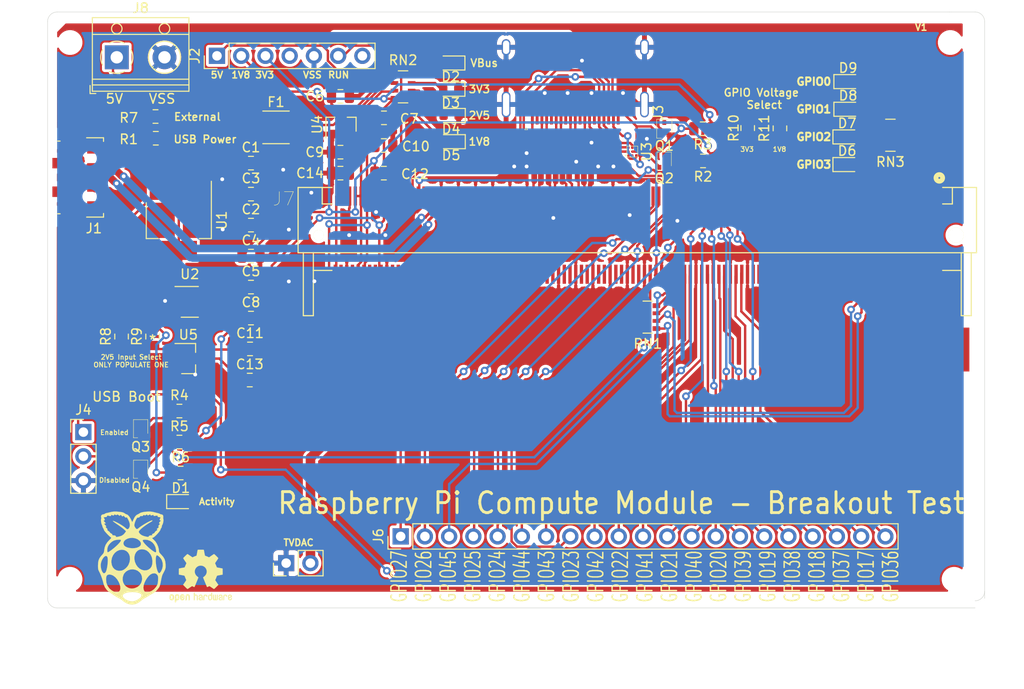
<source format=kicad_pcb>
(kicad_pcb (version 20171130) (host pcbnew 5.1.2)
  (layers (0 F.Cu signal) (31 B.Cu signal) (34 B.Paste user) (35 F.Paste user) (36 B.SilkS user) (37 F.SilkS user) (38 B.Mask user) (39 F.Mask user) (44 Edge.Cuts user))
  (net 0 "")
  (net 1 VBUS)
  (net 2 VSS)
  (net 3 +3V3)
  (net 4 +1V8)
  (net 5 +5V)
  (net 6 +2V5)
  (net 7 "Net-(D1-Pad2)")
  (net 8 "Net-(D1-Pad1)")
  (net 9 "Net-(D2-Pad2)")
  (net 10 "Net-(D3-Pad2)")
  (net 11 "Net-(D4-Pad2)")
  (net 12 "Net-(D5-Pad2)")
  (net 13 +5VA)
  (net 14 USB_OTGID)
  (net 15 D-)
  (net 16 D+)
  (net 17 VDDA)
  (net 18 RUN)
  (net 19 VDD)
  (net 20 HDMI_D2_P)
  (net 21 HDMI_D2_N)
  (net 22 HDMI_D1_P)
  (net 23 HDMI_D1_N)
  (net 24 HDMI_D0_P)
  (net 25 HDMI_D0_N)
  (net 26 HDMI_CLK_P)
  (net 27 HDMI_CLK_N)
  (net 28 "Net-(J3-Pad13)")
  (net 29 "Net-(J3-Pad14)")
  (net 30 HDMI_SCL)
  (net 31 HDMI_SDA)
  (net 32 "Net-(J3-Pad19)")
  (net 33 "Net-(J4-Pad2)")
  (net 34 GPIO16)
  (net 35 GPIO35)
  (net 36 GPIO15)
  (net 37 GPIO34)
  (net 38 GPIO14)
  (net 39 GPIO33)
  (net 40 GPIO13)
  (net 41 GPIO32)
  (net 42 GPIO12)
  (net 43 GPIO31)
  (net 44 GPIO11)
  (net 45 GPIO30)
  (net 46 GPIO10)
  (net 47 GPIO29)
  (net 48 GPIO9)
  (net 49 GPIO28)
  (net 50 GPIO8)
  (net 51 GPIO7)
  (net 52 GPIO6)
  (net 53 GPIO5)
  (net 54 GPIO4)
  (net 55 GPIO3)
  (net 56 GPIO2)
  (net 57 GPIO1)
  (net 58 GPIO0)
  (net 59 GPIO27)
  (net 60 GPIO26)
  (net 61 GPIO45)
  (net 62 GPIO25)
  (net 63 GPIO44)
  (net 64 GPIO24)
  (net 65 GPIO43)
  (net 66 GPIO23)
  (net 67 GPIO42)
  (net 68 GPIO22)
  (net 69 GPIO41)
  (net 70 GPIO21)
  (net 71 GPIO40)
  (net 72 GPIO20)
  (net 73 GPIO39)
  (net 74 GPIO19)
  (net 75 GPIO38)
  (net 76 GPIO18)
  (net 77 GPIO37)
  (net 78 GPIO17)
  (net 79 GPIO36)
  (net 80 EMMC_DISABLE_N)
  (net 81 HDMI_HPD_N_1V8)
  (net 82 EMMC_EN_N_1V8)
  (net 83 HDMI_CEC)
  (net 84 "Net-(U2-Pad4)")
  (net 85 "Net-(J7-Pad4)")
  (net 86 "Net-(J7-Pad6)")
  (net 87 "Net-(J7-Pad10)")
  (net 88 "Net-(J7-Pad12)")
  (net 89 "Net-(J7-Pad16)")
  (net 90 "Net-(J7-Pad18)")
  (net 91 "Net-(J7-Pad22)")
  (net 92 "Net-(J7-Pad24)")
  (net 93 GPIO0-27_VDD)
  (net 94 DSI0_DN1)
  (net 95 DSI1_DP0)
  (net 96 DSI0_DP1)
  (net 97 DSI1_DN0)
  (net 98 DSI0_DN0)
  (net 99 DSI1_CP)
  (net 100 DSI0_DP0)
  (net 101 DSI1_CN)
  (net 102 DSI0_CN)
  (net 103 DSI1_DP3)
  (net 104 DSI0_CP)
  (net 105 DSI1_DN3)
  (net 106 DSI1_DP2)
  (net 107 DSI1_DN2)
  (net 108 DSI1_DP1)
  (net 109 DSI1_DN1)
  (net 110 "Net-(J7-Pad124)")
  (net 111 "Net-(J7-Pad126)")
  (net 112 "Net-(J7-Pad128)")
  (net 113 "Net-(J7-Pad130)")
  (net 114 "Net-(J7-Pad132)")
  (net 115 CAM1_DP3)
  (net 116 CAM0_DP0)
  (net 117 CAM1_DN3)
  (net 118 CAM0_DN0)
  (net 119 CAM1_DP2)
  (net 120 CAM0_CP)
  (net 121 CAM1_DN2)
  (net 122 CAM0_CN)
  (net 123 CAM1_CP)
  (net 124 CAM0_DP1)
  (net 125 CAM1_CN)
  (net 126 CAM0_DN1)
  (net 127 CAM1_DP1)
  (net 128 "Net-(J7-Pad154)")
  (net 129 CAM1_DN1)
  (net 130 "Net-(J7-Pad156)")
  (net 131 "Net-(J7-Pad158)")
  (net 132 CAM1_DP0)
  (net 133 "Net-(J7-Pad160)")
  (net 134 CAM1_DN0)
  (net 135 "Net-(J7-Pad162)")
  (net 136 TVDAC)
  (net 137 VC_TRST_N)
  (net 138 VC_TDI)
  (net 139 VC_TMS)
  (net 140 VC_TDO)
  (net 141 "Net-(J7-Pad179)")
  (net 142 VC_TCK)
  (net 143 "Net-(U3-PadB1)")
  (net 144 "Net-(F1-Pad1)")
  (net 145 +BATT)
  (net 146 "Net-(C11-Pad1)")
  (net 147 "Net-(D6-Pad2)")
  (net 148 "Net-(D7-Pad2)")
  (net 149 "Net-(D8-Pad2)")
  (net 150 "Net-(D9-Pad2)")
  (net 151 "Net-(J1-Pad4)")
  (module Connector_PinHeader_2.54mm:PinHeader_1x02_P2.54mm_Vertical (layer F.Cu) (at 139 97.7 90)
    (fp_text reference TVDAC (at 2.15 1.3 180) (layer F.SilkS) (effects (font (size 0.7 0.7))))
    (fp_text value PinHeader_1x02_P2.54mm_Vertical)
    (pad 2 thru_hole oval (at 0 2.54 90) (size 1.7 1.7) (drill 1) (layers *.Cu *.Mask) (net 136 TVDAC))
    (pad 1 thru_hole rect (at 0 0 90) (size 1.7 1.7) (drill 1) (layers *.Cu *.Mask) (net 2 VSS))
  )
  (module MountingHole:MountingHole_2mm (layer F.Cu) (at 116.35 99.4)
    (fp_text reference REF** hide)
    (fp_text value MountingHole_2mm)
    (pad "" np_thru_hole circle (at 0 0) (size 2 2) (drill 2) (layers *.Cu *.Mask))
  )
  (module MountingHole:MountingHole_2mm (layer F.Cu) (at 116.35 43.1)
    (fp_text reference REF** hide)
    (fp_text value MountingHole_2mm)
    (pad "" np_thru_hole circle (at 0 0) (size 2 2) (drill 2) (layers *.Cu *.Mask))
  )
  (module MountingHole:MountingHole_2mm (layer F.Cu) (at 208.6 43.1)
    (fp_text reference REF** hide)
    (fp_text value MountingHole_2mm)
    (pad "" np_thru_hole circle (at 0 0) (size 2 2) (drill 2) (layers *.Cu *.Mask))
  )
  (module MountingHole:MountingHole_2mm (layer F.Cu) (at 209 99.4)
    (fp_text reference REF** hide)
    (fp_text value MountingHole_2mm)
    (pad "" np_thru_hole circle (at 0 0) (size 2 2) (drill 2) (layers *.Cu *.Mask))
  )
  (module Symbol:OSHW-Logo2_7.3x6mm_SilkScreen (layer F.Cu) (at 130.05 99.05)
    (fp_text reference REF** hide)
    (fp_text value OSHW-Logo2_7.3x6mm_SilkScreen hide)
  )
  (module HackenTop:raspberry (layer F.Cu) (at 122.75 97.2)
    (fp_text reference Ref** hide)
    (fp_text value Val** hide)
  )
  (module NFCBuisness:W (layer F.Cu) (at 185.33 46.38)
    (fp_text reference Ref** hide)
    (fp_text value Val** hide)
    (fp_poly (pts (xy -1.630587 -2.420899) (xy -1.447524 -2.328559) (xy -1.311592 -2.194757) (xy -1.304211 -2.183555) (xy -1.265704 -2.11344) (xy -1.244213 -2.038839) (xy -1.23774 -1.938094) (xy -1.244287 -1.789546) (xy -1.255088 -1.651) (xy -1.268682 -1.442824) (xy -1.279873 -1.184894) (xy -1.287394 -0.912114) (xy -1.289962 -0.690936) (xy -1.289221 -0.458958) (xy -1.284387 -0.294975) (xy -1.273305 -0.182336) (xy -1.25382 -0.10439) (xy -1.223775 -0.044488) (xy -1.202268 -0.013603) (xy -1.116398 0.071274) (xy -1.002822 0.111004) (xy -0.929984 0.119227) (xy -0.68211 0.100096) (xy -0.454281 0.00289) (xy -0.240656 -0.175182) (xy -0.185776 -0.236175) (xy -0.081108 -0.349759) (xy 0.009066 -0.431822) (xy 0.066141 -0.465547) (xy 0.068112 -0.465666) (xy 0.123755 -0.432548) (xy 0.197182 -0.348904) (xy 0.229505 -0.301607) (xy 0.376869 -0.110873) (xy 0.526913 0.003226) (xy 0.674284 0.03902) (xy 0.813631 -0.005163) (xy 0.907971 -0.089777) (xy 0.988653 -0.198585) (xy 1.058934 -0.326542) (xy 1.126082 -0.490779) (xy 1.197364 -0.708426) (xy 1.255985 -0.910166) (xy 1.31545 -1.12099) (xy 1.377683 -1.340443) (xy 1.431333 -1.528529) (xy 1.442246 -1.566558) (xy 1.521416 -1.84195) (xy 1.949565 -2.005418) (xy 2.167567 -2.084028) (xy 2.315998 -2.126297) (xy 2.401001 -2.133773) (xy 2.422145 -2.124455) (xy 2.452677 -2.065526) (xy 2.41974 -2.005855) (xy 2.317286 -1.940366) (xy 2.13927 -1.863979) (xy 2.089887 -1.8454) (xy 1.930263 -1.78316) (xy 1.799296 -1.726134) (xy 1.71927 -1.684217) (xy 1.708527 -1.676067) (xy 1.680315 -1.619963) (xy 1.636526 -1.498254) (xy 1.582553 -1.327363) (xy 1.52379 -1.123712) (xy 1.507251 -1.063196) (xy 1.396737 -0.68139) (xy 1.290651 -0.376432) (xy 1.184846 -0.140938) (xy 1.075173 0.032475) (xy 0.957485 0.15119) (xy 0.827635 0.222591) (xy 0.776069 0.238398) (xy 0.602379 0.241191) (xy 0.418574 0.174646) (xy 0.246259 0.047924) (xy 0.192569 -0.009056) (xy 0.041511 -0.185533) (xy -0.128458 -0.008645) (xy -0.312966 0.157866) (xy -0.496288 0.260737) (xy -0.709082 0.314778) (xy -0.823587 0.327186) (xy -0.981029 0.333485) (xy -1.090094 0.317957) (xy -1.185756 0.27362) (xy -1.227666 0.246552) (xy -1.355913 0.118677) (xy -1.447302 -0.068507) (xy -1.502345 -0.318683) (xy -1.521551 -0.635539) (xy -1.505431 -1.022758) (xy -1.460818 -1.436924) (xy -1.432055 -1.688127) (xy -1.424811 -1.871541) (xy -1.442863 -2.002167) (xy -1.489991 -2.095003) (xy -1.569973 -2.165049) (xy -1.656298 -2.212878) (xy -1.801342 -2.257899) (xy -1.939703 -2.239415) (xy -2.087459 -2.15265) (xy -2.203421 -2.05035) (xy -2.298884 -1.96489) (xy -2.361491 -1.934189) (xy -2.413708 -1.94891) (xy -2.426473 -1.957639) (xy -2.473927 -2.002339) (xy -2.467648 -2.051331) (xy -2.429475 -2.110518) (xy -2.32004 -2.223928) (xy -2.167499 -2.330713) (xy -2.002595 -2.413218) (xy -1.856072 -2.453788) (xy -1.829026 -2.455333) (xy -1.630587 -2.420899)) (layer F.Cu) (width 0.01))
  )
  (module HackenTop:DMG1012T (layer F.Cu) (at 178.63 52.79)
    (fp_text reference Q1 (at 0 1.15) (layer F.SilkS))
    (fp_text value 2N7002)
    (pad 3 smd rect (at 0 -1.3) (size 0.4 0.51) (layers F.Cu F.Paste F.Mask) (net 81 HDMI_HPD_N_1V8))
    (pad 2 smd rect (at 0.5 0) (size 0.4 0.51) (layers F.Cu F.Paste F.Mask) (net 2 VSS))
    (pad 1 smd rect (at -0.5 0) (size 0.4 0.51) (layers F.Cu F.Paste F.Mask) (net 32 "Net-(J3-Pad19)"))
  )
  (module HackenTop:ESD5384 (layer F.Cu) (at 175.28 54.54 90)
    (fp_text reference U3 (at 0 1.49 90) (layer F.SilkS))
    (fp_text value ESD5384)
    (pad A1 smd circle (at -0.4 -0.4 90) (size 0.25 0.25) (layers F.Cu F.Paste F.Mask) (net 5 +5V))
    (pad A2 smd circle (at 0 -0.4 90) (size 0.25 0.25) (layers F.Cu F.Paste F.Mask) (net 28 "Net-(J3-Pad13)"))
    (pad A3 smd circle (at 0.4 -0.4 90) (size 0.25 0.25) (layers F.Cu F.Paste F.Mask) (net 30 HDMI_SCL))
    (pad B1 smd circle (at -0.4 0 90) (size 0.25 0.25) (layers F.Cu F.Paste F.Mask) (net 143 "Net-(U3-PadB1)"))
    (pad B2 smd circle (at 0 0 90) (size 0.25 0.25) (layers F.Cu F.Paste F.Mask) (net 2 VSS))
    (pad B3 smd circle (at 0.4 0 90) (size 0.25 0.25) (layers F.Cu F.Paste F.Mask) (net 31 HDMI_SDA))
    (pad C1 smd circle (at -0.4 0.4 90) (size 0.25 0.25) (layers F.Cu F.Paste F.Mask) (net 5 +5V))
    (pad C2 smd circle (at 0 0.4 90) (size 0.25 0.25) (layers F.Cu F.Paste F.Mask) (net 2 VSS))
    (pad C3 smd circle (at 0.4 0.4 90) (size 0.25 0.25) (layers F.Cu F.Paste F.Mask) (net 32 "Net-(J3-Pad19)"))
  )
  (module HackenTop:HDMI-jing (layer F.Cu) (at 169.3 49.6 180)
    (fp_text reference J3 (at -8.7 -0.9 90) (layer F.SilkS))
    (fp_text value HDMI_A)
    (pad 19 smd rect (at -4.5 -0.775 180) (size 0.3 2.65) (layers F.Cu F.Paste F.Mask) (net 32 "Net-(J3-Pad19)"))
    (pad 18 smd rect (at -4 -0.775 180) (size 0.3 2.65) (layers F.Cu F.Paste F.Mask) (net 5 +5V))
    (pad 17 smd rect (at -3.5 -0.775 180) (size 0.3 2.65) (layers F.Cu F.Paste F.Mask) (net 2 VSS))
    (pad 16 smd rect (at -3 -0.775 180) (size 0.3 2.65) (layers F.Cu F.Paste F.Mask) (net 31 HDMI_SDA))
    (pad 15 smd rect (at -2.5 -0.775 180) (size 0.3 2.65) (layers F.Cu F.Paste F.Mask) (net 30 HDMI_SCL))
    (pad 14 smd rect (at -2 -0.775 180) (size 0.3 2.65) (layers F.Cu F.Paste F.Mask) (net 29 "Net-(J3-Pad14)"))
    (pad 13 smd rect (at -1.5 -0.775 180) (size 0.3 2.65) (layers F.Cu F.Paste F.Mask) (net 28 "Net-(J3-Pad13)"))
    (pad 12 smd rect (at -1 -0.775 180) (size 0.3 2.65) (layers F.Cu F.Paste F.Mask) (net 27 HDMI_CLK_N))
    (pad 11 smd rect (at -0.5 -0.775 180) (size 0.3 2.65) (layers F.Cu F.Paste F.Mask) (net 2 VSS))
    (pad 10 smd rect (at 0 -0.775 180) (size 0.3 2.65) (layers F.Cu F.Paste F.Mask) (net 26 HDMI_CLK_P))
    (pad 9 smd rect (at 0.5 -0.775 180) (size 0.3 2.65) (layers F.Cu F.Paste F.Mask) (net 25 HDMI_D0_N))
    (pad 8 smd rect (at 1 -0.775 180) (size 0.3 2.65) (layers F.Cu F.Paste F.Mask) (net 2 VSS))
    (pad 7 smd rect (at 1.5 -0.775 180) (size 0.3 2.65) (layers F.Cu F.Paste F.Mask) (net 24 HDMI_D0_P))
    (pad 6 smd rect (at 2 -0.775 180) (size 0.3 2.65) (layers F.Cu F.Paste F.Mask) (net 23 HDMI_D1_N))
    (pad 5 smd rect (at 2.5 -0.775 180) (size 0.3 2.65) (layers F.Cu F.Paste F.Mask) (net 2 VSS))
    (pad 4 smd rect (at 3 -0.775 180) (size 0.3 2.65) (layers F.Cu F.Paste F.Mask) (net 22 HDMI_D1_P))
    (pad 3 smd rect (at 3.5 -0.775 180) (size 0.3 2.65) (layers F.Cu F.Paste F.Mask) (net 21 HDMI_D2_N))
    (pad 2 smd rect (at 4 -0.775 180) (size 0.3 2.65) (layers F.Cu F.Paste F.Mask) (net 2 VSS))
    (pad 1 smd rect (at 4.5 -0.775 180) (size 0.3 2.65) (layers F.Cu F.Paste F.Mask) (net 20 HDMI_D2_P))
    (pad 20 thru_hole oval (at 7.25 0 180) (size 0.9 2.7) (drill oval 0.65 2.4) (layers *.Cu *.Mask) (net 2 VSS))
    (pad 21 thru_hole oval (at -7.25 0 180) (size 0.9 2.7) (drill oval 0.65 2.4) (layers *.Cu *.Mask) (net 2 VSS))
    (pad 22 thru_hole oval (at -7.25 6 180) (size 0.9 1.7) (drill oval 0.65 1.4) (layers *.Cu *.Mask) (net 2 VSS))
    (pad 23 thru_hole oval (at 7.25 6 180) (size 0.9 1.7) (drill oval 0.65 1.4) (layers *.Cu *.Mask) (net 2 VSS))
  )
  (module Capacitor_SMD:C_0805_2012Metric (layer F.Cu) (at 135.3125 55.75)
    (fp_text reference C1 (at 0 -1.65) (layer F.SilkS))
    (fp_text value 47uF)
    (pad 1 smd roundrect (at -0.9375 0) (size 0.975 1.4) (layers F.Cu F.Paste F.Mask) (net 1 VBUS))
    (pad 2 smd roundrect (at 0.9375 0) (size 0.975 1.4) (layers F.Cu F.Paste F.Mask) (net 2 VSS))
  )
  (module Capacitor_SMD:C_0805_2012Metric (layer F.Cu) (at 135.3125 62.25)
    (fp_text reference C2 (at 0 -1.65) (layer F.SilkS))
    (fp_text value 1uF)
    (pad 2 smd roundrect (at 0.9375 0) (size 0.975 1.4) (layers F.Cu F.Paste F.Mask) (net 2 VSS))
    (pad 1 smd roundrect (at -0.9375 0) (size 0.975 1.4) (layers F.Cu F.Paste F.Mask) (net 1 VBUS))
  )
  (module Capacitor_SMD:C_0805_2012Metric (layer F.Cu) (at 135.3125 59)
    (fp_text reference C3 (at 0 -1.65) (layer F.SilkS))
    (fp_text value 47uF)
    (pad 1 smd roundrect (at -0.9375 0) (size 0.975 1.4) (layers F.Cu F.Paste F.Mask) (net 1 VBUS))
    (pad 2 smd roundrect (at 0.9375 0) (size 0.975 1.4) (layers F.Cu F.Paste F.Mask) (net 2 VSS))
  )
  (module Capacitor_SMD:C_0805_2012Metric (layer F.Cu) (at 135.3125 65.5)
    (fp_text reference C4 (at 0 -1.65) (layer F.SilkS))
    (fp_text value 1uF)
    (pad 2 smd roundrect (at 0.9375 0) (size 0.975 1.4) (layers F.Cu F.Paste F.Mask) (net 2 VSS))
    (pad 1 smd roundrect (at -0.9375 0) (size 0.975 1.4) (layers F.Cu F.Paste F.Mask) (net 3 +3V3))
  )
  (module Capacitor_SMD:C_0805_2012Metric (layer F.Cu) (at 135.3125 68.75)
    (fp_text reference C5 (at 0 -1.65) (layer F.SilkS))
    (fp_text value 1uF)
    (pad 1 smd roundrect (at -0.9375 0) (size 0.975 1.4) (layers F.Cu F.Paste F.Mask) (net 3 +3V3))
    (pad 2 smd roundrect (at 0.9375 0) (size 0.975 1.4) (layers F.Cu F.Paste F.Mask) (net 2 VSS))
  )
  (module Capacitor_SMD:C_0805_2012Metric (layer F.Cu) (at 144.6875 48.75)
    (fp_text reference C6 (at -2.6875 0) (layer F.SilkS))
    (fp_text value 100nF)
    (pad 1 smd roundrect (at -0.9375 0) (size 0.975 1.4) (layers F.Cu F.Paste F.Mask) (net 1 VBUS))
    (pad 2 smd roundrect (at 0.9375 0) (size 0.975 1.4) (layers F.Cu F.Paste F.Mask) (net 2 VSS))
  )
  (module Capacitor_SMD:C_0805_2012Metric (layer F.Cu) (at 149.25 51 180)
    (fp_text reference C7 (at -2.65 -0.1) (layer F.SilkS))
    (fp_text value 47uF)
    (pad 2 smd roundrect (at 0.9375 0 180) (size 0.975 1.4) (layers F.Cu F.Paste F.Mask) (net 4 +1V8))
    (pad 1 smd roundrect (at -0.9375 0 180) (size 0.975 1.4) (layers F.Cu F.Paste F.Mask) (net 2 VSS))
  )
  (module Capacitor_SMD:C_0805_2012Metric (layer F.Cu) (at 135.3125 72)
    (fp_text reference C8 (at 0 -1.65) (layer F.SilkS))
    (fp_text value 1uF)
    (pad 2 smd roundrect (at 0.9375 0) (size 0.975 1.4) (layers F.Cu F.Paste F.Mask) (net 2 VSS))
    (pad 1 smd roundrect (at -0.9375 0) (size 0.975 1.4) (layers F.Cu F.Paste F.Mask) (net 4 +1V8))
  )
  (module Capacitor_SMD:C_0805_2012Metric (layer F.Cu) (at 144.6875 54.6 180)
    (fp_text reference C9 (at 2.6875 0) (layer F.SilkS))
    (fp_text value 100nF)
    (pad 2 smd roundrect (at 0.9375 0 180) (size 0.975 1.4) (layers F.Cu F.Paste F.Mask) (net 2 VSS))
    (pad 1 smd roundrect (at -0.9375 0 180) (size 0.975 1.4) (layers F.Cu F.Paste F.Mask) (net 5 +5V))
  )
  (module Capacitor_SMD:C_0805_2012Metric (layer F.Cu) (at 149.2375 53.9 180)
    (fp_text reference C10 (at -3.3625 -0.1) (layer F.SilkS))
    (fp_text value 47uF)
    (pad 1 smd roundrect (at -0.9375 0 180) (size 0.975 1.4) (layers F.Cu F.Paste F.Mask) (net 2 VSS))
    (pad 2 smd roundrect (at 0.9375 0 180) (size 0.975 1.4) (layers F.Cu F.Paste F.Mask) (net 6 +2V5))
  )
  (module Capacitor_SMD:C_0805_2012Metric (layer F.Cu) (at 135.215001 75.235001)
    (fp_text reference C11 (at 0 -1.65) (layer F.SilkS))
    (fp_text value 1uF)
    (pad 2 smd roundrect (at 0.9375 0) (size 0.975 1.4) (layers F.Cu F.Paste F.Mask) (net 2 VSS))
    (pad 1 smd roundrect (at -0.9375 0) (size 0.975 1.4) (layers F.Cu F.Paste F.Mask) (net 146 "Net-(C11-Pad1)"))
  )
  (module Capacitor_SMD:C_0805_2012Metric (layer F.Cu) (at 149.2375 56.8 180)
    (fp_text reference C12 (at -3.2625 -0.1) (layer F.SilkS))
    (fp_text value 47uF)
    (pad 2 smd roundrect (at 0.9375 0 180) (size 0.975 1.4) (layers F.Cu F.Paste F.Mask) (net 3 +3V3))
    (pad 1 smd roundrect (at -0.9375 0 180) (size 0.975 1.4) (layers F.Cu F.Paste F.Mask) (net 2 VSS))
  )
  (module Capacitor_SMD:C_0805_2012Metric (layer F.Cu) (at 135.1875 78.5)
    (fp_text reference C13 (at 0 -1.65) (layer F.SilkS))
    (fp_text value 1uF)
    (pad 1 smd roundrect (at -0.9375 0) (size 0.975 1.4) (layers F.Cu F.Paste F.Mask) (net 6 +2V5))
    (pad 2 smd roundrect (at 0.9375 0) (size 0.975 1.4) (layers F.Cu F.Paste F.Mask) (net 2 VSS))
  )
  (module Capacitor_SMD:C_0805_2012Metric (layer F.Cu) (at 144.6875 56.8)
    (fp_text reference C14 (at -3.1875 0) (layer F.SilkS))
    (fp_text value 47uF)
    (pad 1 smd roundrect (at -0.9375 0) (size 0.975 1.4) (layers F.Cu F.Paste F.Mask) (net 2 VSS))
    (pad 2 smd roundrect (at 0.9375 0) (size 0.975 1.4) (layers F.Cu F.Paste F.Mask) (net 5 +5V))
  )
  (module LED_SMD:LED_0603_1608Metric (layer F.Cu) (at 127.9625 91.25)
    (fp_text reference D1 (at 0 -1.43) (layer F.SilkS))
    (fp_text value Activity)
    (pad 2 smd roundrect (at 0.7875 0) (size 0.875 0.95) (layers F.Cu F.Paste F.Mask) (net 7 "Net-(D1-Pad2)"))
    (pad 1 smd roundrect (at -0.7875 0) (size 0.875 0.95) (layers F.Cu F.Paste F.Mask) (net 8 "Net-(D1-Pad1)"))
  )
  (module LED_SMD:LED_0603_1608Metric (layer F.Cu) (at 156.25 45.25 180)
    (fp_text reference D2 (at 0 -1.43) (layer F.SilkS))
    (fp_text value LED_Small)
    (pad 1 smd roundrect (at -0.7875 0 180) (size 0.875 0.95) (layers F.Cu F.Paste F.Mask) (net 2 VSS))
    (pad 2 smd roundrect (at 0.7875 0 180) (size 0.875 0.95) (layers F.Cu F.Paste F.Mask) (net 9 "Net-(D2-Pad2)"))
  )
  (module LED_SMD:LED_0603_1608Metric (layer F.Cu) (at 156.25 48 180)
    (fp_text reference D3 (at 0 -1.43) (layer F.SilkS))
    (fp_text value LED_Small)
    (pad 1 smd roundrect (at -0.7875 0 180) (size 0.875 0.95) (layers F.Cu F.Paste F.Mask) (net 2 VSS))
    (pad 2 smd roundrect (at 0.7875 0 180) (size 0.875 0.95) (layers F.Cu F.Paste F.Mask) (net 10 "Net-(D3-Pad2)"))
  )
  (module LED_SMD:LED_0603_1608Metric (layer F.Cu) (at 156.2875 50.75 180)
    (fp_text reference D4 (at 0 -1.43) (layer F.SilkS))
    (fp_text value LED_Small)
    (pad 2 smd roundrect (at 0.7875 0 180) (size 0.875 0.95) (layers F.Cu F.Paste F.Mask) (net 11 "Net-(D4-Pad2)"))
    (pad 1 smd roundrect (at -0.7875 0 180) (size 0.875 0.95) (layers F.Cu F.Paste F.Mask) (net 2 VSS))
  )
  (module LED_SMD:LED_0603_1608Metric (layer F.Cu) (at 156.2875 53.5 180)
    (fp_text reference D5 (at 0 -1.43) (layer F.SilkS))
    (fp_text value LED_Small)
    (pad 1 smd roundrect (at -0.7875 0 180) (size 0.875 0.95) (layers F.Cu F.Paste F.Mask) (net 2 VSS))
    (pad 2 smd roundrect (at 0.7875 0 180) (size 0.875 0.95) (layers F.Cu F.Paste F.Mask) (net 12 "Net-(D5-Pad2)"))
  )
  (module Fuse:Fuse_1812_4532Metric (layer F.Cu) (at 137.9375 52)
    (fp_text reference F1 (at 0 -2.65) (layer F.SilkS))
    (fp_text value Polyfuse_Small)
    (pad 1 smd roundrect (at -2.1375 0) (size 1.125 3.4) (layers F.Cu F.Paste F.Mask) (roundrect_rratio 0.222222) (net 144 "Net-(F1-Pad1)"))
    (pad 2 smd roundrect (at 2.1375 0) (size 1.125 3.4) (layers F.Cu F.Paste F.Mask) (roundrect_rratio 0.222222) (net 1 VBUS))
  )
  (module CH552:USB_Micro-B_Jing (layer F.Cu) (at 116.95 57.25 270)
    (fp_text reference J1 (at 5.35 -1.9 180) (layer F.SilkS))
    (fp_text value USB_B_Micro)
    (pad 6 smd rect (at 1.5 1.95 270) (size 1.1 1) (layers F.Cu F.Paste F.Mask) (net 2 VSS))
    (pad 6 smd rect (at -1.5 1.95 270) (size 1.1 1) (layers F.Cu F.Paste F.Mask) (net 2 VSS))
    (pad 6 smd rect (at 4.075 0.77 270) (size 1.35 1.5) (layers F.Cu F.Paste F.Mask) (net 2 VSS))
    (pad 6 smd rect (at -4.075 0.77 270) (size 1.35 1.5) (layers F.Cu F.Paste F.Mask) (net 2 VSS))
    (pad "" np_thru_hole circle (at 2 -1.45 270) (size 0.5 0.5) (drill 0.5) (layers *.Cu *.Mask))
    (pad "" np_thru_hole circle (at -2 -1.45 270) (size 0.5 0.5) (drill 0.5) (layers *.Cu *.Mask))
    (pad 5 smd rect (at 1.3 -2.1 270) (size 0.4 1.8) (layers F.Cu F.Paste F.Mask) (net 2 VSS))
    (pad 1 smd rect (at -1.3 -2.1 270) (size 0.4 1.8) (layers F.Cu F.Paste F.Mask) (net 13 +5VA))
    (pad 4 smd rect (at 0.65 -2.1 270) (size 0.4 1.8) (layers F.Cu F.Paste F.Mask) (net 151 "Net-(J1-Pad4)"))
    (pad 2 smd rect (at -0.65 -2.1 270) (size 0.4 1.8) (layers F.Cu F.Paste F.Mask) (net 15 D-))
    (pad 3 smd rect (at 0 -2.1 270) (size 0.4 1.8) (layers F.Cu F.Paste F.Mask) (net 16 D+))
    (pad 6 smd rect (at 3.25 -1.9 270) (size 1.5 1.4) (layers F.Cu F.Paste F.Mask) (net 2 VSS))
    (pad 6 smd rect (at -3.25 -1.9 270) (size 1.5 1.4) (layers F.Cu F.Paste F.Mask) (net 2 VSS))
  )
  (module Connector_PinHeader_2.54mm:PinHeader_1x07_P2.54mm_Vertical (layer F.Cu) (at 131.75 44.5 90)
    (fp_text reference J2 (at 0 -2.33 90) (layer F.SilkS))
    (fp_text value Conn_01x07)
    (pad 1 thru_hole rect (at 0 0 90) (size 1.7 1.7) (drill 1) (layers *.Cu *.Mask) (net 5 +5V))
    (pad 2 thru_hole oval (at 0 2.54 90) (size 1.7 1.7) (drill 1) (layers *.Cu *.Mask) (net 4 +1V8))
    (pad 3 thru_hole oval (at 0 5.08 90) (size 1.7 1.7) (drill 1) (layers *.Cu *.Mask) (net 3 +3V3))
    (pad 4 thru_hole oval (at 0 7.62 90) (size 1.7 1.7) (drill 1) (layers *.Cu *.Mask) (net 17 VDDA))
    (pad 5 thru_hole oval (at 0 10.16 90) (size 1.7 1.7) (drill 1) (layers *.Cu *.Mask) (net 2 VSS))
    (pad 6 thru_hole oval (at 0 12.7 90) (size 1.7 1.7) (drill 1) (layers *.Cu *.Mask) (net 18 RUN))
    (pad 7 thru_hole oval (at 0 15.24 90) (size 1.7 1.7) (drill 1) (layers *.Cu *.Mask) (net 19 VDD))
  )
  (module Connector_PinHeader_2.54mm:PinHeader_1x03_P2.54mm_Vertical (layer F.Cu) (at 117.75 83.96)
    (fp_text reference J4 (at 0 -2.33) (layer F.SilkS))
    (fp_text value Conn_01x03)
    (pad 1 thru_hole rect (at 0 0) (size 1.7 1.7) (drill 1) (layers *.Cu *.Mask) (net 13 +5VA))
    (pad 2 thru_hole oval (at 0 2.54) (size 1.7 1.7) (drill 1) (layers *.Cu *.Mask) (net 33 "Net-(J4-Pad2)"))
    (pad 3 thru_hole oval (at 0 5.08) (size 1.7 1.7) (drill 1) (layers *.Cu *.Mask) (net 2 VSS))
  )
  (module Connector_PinHeader_2.54mm:PinHeader_1x21_P2.54mm_Vertical (layer F.Cu) (at 151 94.9 90)
    (fp_text reference J6 (at 0 -2.33 90) (layer F.SilkS))
    (fp_text value Conn_01x21)
    (pad 1 thru_hole rect (at 0 0 90) (size 1.7 1.7) (drill 1) (layers *.Cu *.Mask) (net 59 GPIO27))
    (pad 2 thru_hole oval (at 0 2.54 90) (size 1.7 1.7) (drill 1) (layers *.Cu *.Mask) (net 60 GPIO26))
    (pad 3 thru_hole oval (at 0 5.08 90) (size 1.7 1.7) (drill 1) (layers *.Cu *.Mask) (net 61 GPIO45))
    (pad 4 thru_hole oval (at 0 7.62 90) (size 1.7 1.7) (drill 1) (layers *.Cu *.Mask) (net 62 GPIO25))
    (pad 5 thru_hole oval (at 0 10.16 90) (size 1.7 1.7) (drill 1) (layers *.Cu *.Mask) (net 64 GPIO24))
    (pad 6 thru_hole oval (at 0 12.7 90) (size 1.7 1.7) (drill 1) (layers *.Cu *.Mask) (net 63 GPIO44))
    (pad 7 thru_hole oval (at 0 15.24 90) (size 1.7 1.7) (drill 1) (layers *.Cu *.Mask) (net 65 GPIO43))
    (pad 8 thru_hole oval (at 0 17.78 90) (size 1.7 1.7) (drill 1) (layers *.Cu *.Mask) (net 66 GPIO23))
    (pad 9 thru_hole oval (at 0 20.32 90) (size 1.7 1.7) (drill 1) (layers *.Cu *.Mask) (net 67 GPIO42))
    (pad 10 thru_hole oval (at 0 22.86 90) (size 1.7 1.7) (drill 1) (layers *.Cu *.Mask) (net 68 GPIO22))
    (pad 11 thru_hole oval (at 0 25.4 90) (size 1.7 1.7) (drill 1) (layers *.Cu *.Mask) (net 69 GPIO41))
    (pad 12 thru_hole oval (at 0 27.94 90) (size 1.7 1.7) (drill 1) (layers *.Cu *.Mask) (net 70 GPIO21))
    (pad 13 thru_hole oval (at 0 30.48 90) (size 1.7 1.7) (drill 1) (layers *.Cu *.Mask) (net 71 GPIO40))
    (pad 14 thru_hole oval (at 0 33.02 90) (size 1.7 1.7) (drill 1) (layers *.Cu *.Mask) (net 72 GPIO20))
    (pad 15 thru_hole oval (at 0 35.56 90) (size 1.7 1.7) (drill 1) (layers *.Cu *.Mask) (net 73 GPIO39))
    (pad 16 thru_hole oval (at 0 38.1 90) (size 1.7 1.7) (drill 1) (layers *.Cu *.Mask) (net 74 GPIO19))
    (pad 17 thru_hole oval (at 0 40.64 90) (size 1.7 1.7) (drill 1) (layers *.Cu *.Mask) (net 75 GPIO38))
    (pad 18 thru_hole oval (at 0 43.18 90) (size 1.7 1.7) (drill 1) (layers *.Cu *.Mask) (net 76 GPIO18))
    (pad 19 thru_hole oval (at 0 45.72 90) (size 1.7 1.7) (drill 1) (layers *.Cu *.Mask) (net 77 GPIO37))
    (pad 20 thru_hole oval (at 0 48.26 90) (size 1.7 1.7) (drill 1) (layers *.Cu *.Mask) (net 78 GPIO17))
    (pad 21 thru_hole oval (at 0 50.8 90) (size 1.7 1.7) (drill 1) (layers *.Cu *.Mask) (net 79 GPIO36))
  )
  (module TerminalBlock_RND:TerminalBlock_RND_205-00012_1x02_P5.00mm_Horizontal (layer F.Cu) (at 121.25 44.65)
    (fp_text reference J8 (at 2.5 -5.16) (layer F.SilkS))
    (fp_text value Power)
    (pad 1 thru_hole rect (at 0 0) (size 2.5 2.5) (drill 1.3) (layers *.Cu *.Mask) (net 145 +BATT))
    (pad 2 thru_hole circle (at 5 0) (size 2.5 2.5) (drill 1.3) (layers *.Cu *.Mask) (net 2 VSS))
  )
  (module HackenTop:DMG1012T (layer F.Cu) (at 178.62 56.19)
    (fp_text reference Q2 (at 0.01 1.15) (layer F.SilkS))
    (fp_text value 2N7002)
    (pad 1 smd rect (at -0.5 0) (size 0.4 0.51) (layers F.Cu F.Paste F.Mask) (net 5 +5V))
    (pad 2 smd rect (at 0.5 0) (size 0.4 0.51) (layers F.Cu F.Paste F.Mask) (net 83 HDMI_CEC))
    (pad 3 smd rect (at 0 -1.3) (size 0.4 0.51) (layers F.Cu F.Paste F.Mask) (net 28 "Net-(J3-Pad13)"))
  )
  (module HackenTop:DMG1012T (layer F.Cu) (at 123.75 84.25)
    (fp_text reference Q3 (at 0 1.25) (layer F.SilkS))
    (fp_text value 2N7002)
    (pad 1 smd rect (at -0.5 0) (size 0.4 0.51) (layers F.Cu F.Paste F.Mask) (net 33 "Net-(J4-Pad2)"))
    (pad 2 smd rect (at 0.5 0) (size 0.4 0.51) (layers F.Cu F.Paste F.Mask) (net 8 "Net-(D1-Pad1)"))
    (pad 3 smd rect (at 0 -1.3) (size 0.4 0.51) (layers F.Cu F.Paste F.Mask) (net 80 EMMC_DISABLE_N))
  )
  (module HackenTop:DMG1012T (layer F.Cu) (at 123.75 88.5)
    (fp_text reference Q4 (at 0.024999 1.214999) (layer F.SilkS))
    (fp_text value 2N7002)
    (pad 3 smd rect (at 0 -1.3) (size 0.4 0.51) (layers F.Cu F.Paste F.Mask) (net 8 "Net-(D1-Pad1)"))
    (pad 2 smd rect (at 0.5 0) (size 0.4 0.51) (layers F.Cu F.Paste F.Mask) (net 2 VSS))
    (pad 1 smd rect (at -0.5 0) (size 0.4 0.51) (layers F.Cu F.Paste F.Mask) (net 82 EMMC_EN_N_1V8))
  )
  (module Resistor_SMD:R_0805_2012Metric (layer F.Cu) (at 125.34 53.14)
    (fp_text reference R1 (at -2.84 0.11) (layer F.SilkS))
    (fp_text value 0ohm)
    (pad 1 smd roundrect (at -0.9375 0) (size 0.975 1.4) (layers F.Cu F.Paste F.Mask) (net 13 +5VA))
    (pad 2 smd roundrect (at 0.9375 0) (size 0.975 1.4) (layers F.Cu F.Paste F.Mask) (net 144 "Net-(F1-Pad1)"))
  )
  (module Resistor_SMD:R_0805_2012Metric (layer F.Cu) (at 182.69 55.52 180)
    (fp_text reference R2 (at 0 -1.65) (layer F.SilkS))
    (fp_text value NF)
    (pad 1 smd roundrect (at -0.9375 0 180) (size 0.975 1.4) (layers F.Cu F.Paste F.Mask) (net 3 +3V3))
    (pad 2 smd roundrect (at 0.9375 0 180) (size 0.975 1.4) (layers F.Cu F.Paste F.Mask) (net 83 HDMI_CEC))
  )
  (module Resistor_SMD:R_0805_2012Metric (layer F.Cu) (at 182.66 52.14 180)
    (fp_text reference R3 (at 0 -1.65) (layer F.SilkS))
    (fp_text value 100k)
    (pad 2 smd roundrect (at 0.9375 0 180) (size 0.975 1.4) (layers F.Cu F.Paste F.Mask) (net 81 HDMI_HPD_N_1V8))
    (pad 1 smd roundrect (at -0.9375 0 180) (size 0.975 1.4) (layers F.Cu F.Paste F.Mask) (net 4 +1V8))
  )
  (module Resistor_SMD:R_0805_2012Metric (layer F.Cu) (at 127.8125 81.75)
    (fp_text reference R4 (at 0 -1.65) (layer F.SilkS))
    (fp_text value 47k)
    (pad 2 smd roundrect (at 0.9375 0) (size 0.975 1.4) (layers F.Cu F.Paste F.Mask) (net 2 VSS))
    (pad 1 smd roundrect (at -0.9375 0) (size 0.975 1.4) (layers F.Cu F.Paste F.Mask) (net 33 "Net-(J4-Pad2)"))
  )
  (module Resistor_SMD:R_0805_2012Metric (layer F.Cu) (at 127.8125 85)
    (fp_text reference R5 (at 0 -1.65) (layer F.SilkS))
    (fp_text value 47k)
    (pad 2 smd roundrect (at 0.9375 0) (size 0.975 1.4) (layers F.Cu F.Paste F.Mask) (net 4 +1V8))
    (pad 1 smd roundrect (at -0.9375 0) (size 0.975 1.4) (layers F.Cu F.Paste F.Mask) (net 82 EMMC_EN_N_1V8))
  )
  (module Resistor_SMD:R_0805_2012Metric (layer F.Cu) (at 127.9375 88.25)
    (fp_text reference R6 (at 0 -1.65) (layer F.SilkS))
    (fp_text value 470)
    (pad 1 smd roundrect (at -0.9375 0) (size 0.975 1.4) (layers F.Cu F.Paste F.Mask) (net 3 +3V3))
    (pad 2 smd roundrect (at 0.9375 0) (size 0.975 1.4) (layers F.Cu F.Paste F.Mask) (net 7 "Net-(D1-Pad2)"))
  )
  (module Resistor_SMD:R_Array_Convex_4x0603 (layer F.Cu) (at 176.9 71.9 180)
    (fp_text reference RN1 (at 0 -2.8) (layer F.SilkS))
    (fp_text value 100k)
    (pad 1 smd rect (at -0.9 -1.2 180) (size 0.8 0.5) (layers F.Cu F.Paste F.Mask) (net 49 GPIO28))
    (pad 3 smd rect (at -0.9 0.4 180) (size 0.8 0.4) (layers F.Cu F.Paste F.Mask) (net 63 GPIO44))
    (pad 2 smd rect (at -0.9 -0.4 180) (size 0.8 0.4) (layers F.Cu F.Paste F.Mask) (net 47 GPIO29))
    (pad 4 smd rect (at -0.9 1.2 180) (size 0.8 0.5) (layers F.Cu F.Paste F.Mask) (net 61 GPIO45))
    (pad 7 smd rect (at 0.9 -0.4 180) (size 0.8 0.4) (layers F.Cu F.Paste F.Mask) (net 2 VSS))
    (pad 8 smd rect (at 0.9 -1.2 180) (size 0.8 0.5) (layers F.Cu F.Paste F.Mask) (net 2 VSS))
    (pad 6 smd rect (at 0.9 0.4 180) (size 0.8 0.4) (layers F.Cu F.Paste F.Mask) (net 2 VSS))
    (pad 5 smd rect (at 0.9 1.2 180) (size 0.8 0.5) (layers F.Cu F.Paste F.Mask) (net 2 VSS))
  )
  (module Resistor_SMD:R_Array_Convex_4x0603 (layer F.Cu) (at 151.25 47.75)
    (fp_text reference RN2 (at 0 -2.8) (layer F.SilkS))
    (fp_text value 470ohm)
    (pad 5 smd rect (at 0.9 1.2) (size 0.8 0.5) (layers F.Cu F.Paste F.Mask) (net 12 "Net-(D5-Pad2)"))
    (pad 6 smd rect (at 0.9 0.4) (size 0.8 0.4) (layers F.Cu F.Paste F.Mask) (net 11 "Net-(D4-Pad2)"))
    (pad 8 smd rect (at 0.9 -1.2) (size 0.8 0.5) (layers F.Cu F.Paste F.Mask) (net 9 "Net-(D2-Pad2)"))
    (pad 7 smd rect (at 0.9 -0.4) (size 0.8 0.4) (layers F.Cu F.Paste F.Mask) (net 10 "Net-(D3-Pad2)"))
    (pad 4 smd rect (at -0.9 1.2) (size 0.8 0.5) (layers F.Cu F.Paste F.Mask) (net 4 +1V8))
    (pad 2 smd rect (at -0.9 -0.4) (size 0.8 0.4) (layers F.Cu F.Paste F.Mask) (net 3 +3V3))
    (pad 3 smd rect (at -0.9 0.4) (size 0.8 0.4) (layers F.Cu F.Paste F.Mask) (net 6 +2V5))
    (pad 1 smd rect (at -0.9 -1.2) (size 0.8 0.5) (layers F.Cu F.Paste F.Mask) (net 5 +5V))
  )
  (module Package_TO_SOT_SMD:SOT-223-3_TabPin2 (layer F.Cu) (at 127.75 61.75 270)
    (fp_text reference U1 (at 0 -4.5 90) (layer F.SilkS))
    (fp_text value TLV1117-33)
    (pad 1 smd rect (at -3.15 -2.3 270) (size 2 1.5) (layers F.Cu F.Paste F.Mask) (net 2 VSS))
    (pad 3 smd rect (at -3.15 2.3 270) (size 2 1.5) (layers F.Cu F.Paste F.Mask) (net 1 VBUS))
    (pad 2 smd rect (at -3.15 0 270) (size 2 1.5) (layers F.Cu F.Paste F.Mask) (net 3 +3V3))
    (pad 2 smd rect (at 3.15 0 270) (size 2 3.8) (layers F.Cu F.Paste F.Mask) (net 3 +3V3))
  )
  (module Package_TO_SOT_SMD:SOT-23-5 (layer F.Cu) (at 128.9 70.3)
    (fp_text reference U2 (at 0 -2.9) (layer F.SilkS))
    (fp_text value MIC5504-1.8YM5)
    (pad 1 smd rect (at -1.1 -0.95) (size 1.06 0.65) (layers F.Cu F.Paste F.Mask) (net 3 +3V3))
    (pad 2 smd rect (at -1.1 0) (size 1.06 0.65) (layers F.Cu F.Paste F.Mask) (net 2 VSS))
    (pad 3 smd rect (at -1.1 0.95) (size 1.06 0.65) (layers F.Cu F.Paste F.Mask) (net 3 +3V3))
    (pad 4 smd rect (at 1.1 0.95) (size 1.06 0.65) (layers F.Cu F.Paste F.Mask) (net 84 "Net-(U2-Pad4)"))
    (pad 5 smd rect (at 1.1 -0.95) (size 1.06 0.65) (layers F.Cu F.Paste F.Mask) (net 4 +1V8))
  )
  (module Package_TO_SOT_SMD:SOT-23 (layer F.Cu) (at 144.75 51.7 90)
    (fp_text reference U4 (at 0 -2.5 90) (layer F.SilkS))
    (fp_text value AP2331W)
    (pad 1 smd rect (at -1 -0.95 90) (size 0.9 0.8) (layers F.Cu F.Paste F.Mask) (net 2 VSS))
    (pad 2 smd rect (at -1 0.95 90) (size 0.9 0.8) (layers F.Cu F.Paste F.Mask) (net 5 +5V))
    (pad 3 smd rect (at 1 0 90) (size 0.9 0.8) (layers F.Cu F.Paste F.Mask) (net 1 VBUS))
  )
  (module HackenTop:TE_1473149-4 (layer F.Cu) (at 175.8 63.3)
    (fp_text reference J7 (at -37.05 -3.8) (layer F.SilkS) (effects (font (size 1.40362 1.40362) (thickness 0.05))))
    (fp_text value CONN_1473005-1_TYCO hide)
    (pad 1 smd rect (at 31.65 -4.1 90) (size 2 0.35) (layers F.Cu F.Paste F.Mask) (net 2 VSS))
    (pad 2 smd rect (at 31.35 4.1 90) (size 2 0.35) (layers F.Cu F.Paste F.Mask) (net 80 EMMC_DISABLE_N))
    (pad 3 smd rect (at 31.05 -4.1 90) (size 2 0.35) (layers F.Cu F.Paste F.Mask) (net 58 GPIO0))
    (pad 4 smd rect (at 30.75 4.1 90) (size 2 0.35) (layers F.Cu F.Paste F.Mask) (net 85 "Net-(J7-Pad4)"))
    (pad 5 smd rect (at 30.45 -4.1 90) (size 2 0.35) (layers F.Cu F.Paste F.Mask) (net 57 GPIO1))
    (pad 6 smd rect (at 30.15 4.1 90) (size 2 0.35) (layers F.Cu F.Paste F.Mask) (net 86 "Net-(J7-Pad6)"))
    (pad 7 smd rect (at 29.85 -4.1 90) (size 2 0.35) (layers F.Cu F.Paste F.Mask) (net 2 VSS))
    (pad 8 smd rect (at 29.55 4.1 90) (size 2 0.35) (layers F.Cu F.Paste F.Mask) (net 2 VSS))
    (pad 9 smd rect (at 29.25 -4.1 90) (size 2 0.35) (layers F.Cu F.Paste F.Mask) (net 56 GPIO2))
    (pad 10 smd rect (at 28.95 4.1 90) (size 2 0.35) (layers F.Cu F.Paste F.Mask) (net 87 "Net-(J7-Pad10)"))
    (pad 11 smd rect (at 28.65 -4.1 90) (size 2 0.35) (layers F.Cu F.Paste F.Mask) (net 55 GPIO3))
    (pad 12 smd rect (at 28.35 4.1 90) (size 2 0.35) (layers F.Cu F.Paste F.Mask) (net 88 "Net-(J7-Pad12)"))
    (pad 13 smd rect (at 28.05 -4.1 90) (size 2 0.35) (layers F.Cu F.Paste F.Mask) (net 2 VSS))
    (pad 14 smd rect (at 27.75 4.1 90) (size 2 0.35) (layers F.Cu F.Paste F.Mask) (net 2 VSS))
    (pad 15 smd rect (at 27.45 -4.1 90) (size 2 0.35) (layers F.Cu F.Paste F.Mask) (net 54 GPIO4))
    (pad 16 smd rect (at 27.15 4.1 90) (size 2 0.35) (layers F.Cu F.Paste F.Mask) (net 89 "Net-(J7-Pad16)"))
    (pad 17 smd rect (at 26.85 -4.1 90) (size 2 0.35) (layers F.Cu F.Paste F.Mask) (net 53 GPIO5))
    (pad 18 smd rect (at 26.55 4.1 90) (size 2 0.35) (layers F.Cu F.Paste F.Mask) (net 90 "Net-(J7-Pad18)"))
    (pad 19 smd rect (at 26.25 -4.1 90) (size 2 0.35) (layers F.Cu F.Paste F.Mask) (net 2 VSS))
    (pad 20 smd rect (at 25.95 4.1 90) (size 2 0.35) (layers F.Cu F.Paste F.Mask) (net 2 VSS))
    (pad 21 smd rect (at 25.65 -4.1 90) (size 2 0.35) (layers F.Cu F.Paste F.Mask) (net 52 GPIO6))
    (pad 22 smd rect (at 25.35 4.1 90) (size 2 0.35) (layers F.Cu F.Paste F.Mask) (net 91 "Net-(J7-Pad22)"))
    (pad 23 smd rect (at 25.05 -4.1 90) (size 2 0.35) (layers F.Cu F.Paste F.Mask) (net 51 GPIO7))
    (pad 24 smd rect (at 24.75 4.1 90) (size 2 0.35) (layers F.Cu F.Paste F.Mask) (net 92 "Net-(J7-Pad24)"))
    (pad 25 smd rect (at 24.45 -4.1 90) (size 2 0.35) (layers F.Cu F.Paste F.Mask) (net 2 VSS))
    (pad 26 smd rect (at 24.15 4.1 90) (size 2 0.35) (layers F.Cu F.Paste F.Mask) (net 2 VSS))
    (pad 27 smd rect (at 23.85 -4.1 90) (size 2 0.35) (layers F.Cu F.Paste F.Mask) (net 50 GPIO8))
    (pad 28 smd rect (at 23.55 4.1 90) (size 2 0.35) (layers F.Cu F.Paste F.Mask) (net 49 GPIO28))
    (pad 29 smd rect (at 23.25 -4.1 90) (size 2 0.35) (layers F.Cu F.Paste F.Mask) (net 48 GPIO9))
    (pad 30 smd rect (at 22.95 4.1 90) (size 2 0.35) (layers F.Cu F.Paste F.Mask) (net 47 GPIO29))
    (pad 31 smd rect (at 22.65 -4.1 90) (size 2 0.35) (layers F.Cu F.Paste F.Mask) (net 2 VSS))
    (pad 32 smd rect (at 22.35 4.1 90) (size 2 0.35) (layers F.Cu F.Paste F.Mask) (net 2 VSS))
    (pad 33 smd rect (at 22.05 -4.1 90) (size 2 0.35) (layers F.Cu F.Paste F.Mask) (net 46 GPIO10))
    (pad 34 smd rect (at 21.75 4.1 90) (size 2 0.35) (layers F.Cu F.Paste F.Mask) (net 45 GPIO30))
    (pad 35 smd rect (at 21.45 -4.1 90) (size 2 0.35) (layers F.Cu F.Paste F.Mask) (net 44 GPIO11))
    (pad 36 smd rect (at 21.15 4.1 90) (size 2 0.35) (layers F.Cu F.Paste F.Mask) (net 43 GPIO31))
    (pad 37 smd rect (at 20.85 -4.1 90) (size 2 0.35) (layers F.Cu F.Paste F.Mask) (net 2 VSS))
    (pad 38 smd rect (at 20.55 4.1 90) (size 2 0.35) (layers F.Cu F.Paste F.Mask) (net 2 VSS))
    (pad 39 smd rect (at 20.25 -4.1 90) (size 2 0.35) (layers F.Cu F.Paste F.Mask) (net 93 GPIO0-27_VDD))
    (pad 40 smd rect (at 19.95 4.1 90) (size 2 0.35) (layers F.Cu F.Paste F.Mask) (net 93 GPIO0-27_VDD))
    (pad 41 smd rect (at 16.05 -4.1 90) (size 2 0.35) (layers F.Cu F.Paste F.Mask) (net 93 GPIO0-27_VDD))
    (pad 42 smd rect (at 15.75 4.1 90) (size 2 0.35) (layers F.Cu F.Paste F.Mask) (net 93 GPIO0-27_VDD))
    (pad 43 smd rect (at 15.45 -4.1 90) (size 2 0.35) (layers F.Cu F.Paste F.Mask) (net 2 VSS))
    (pad 44 smd rect (at 15.15 4.1 90) (size 2 0.35) (layers F.Cu F.Paste F.Mask) (net 2 VSS))
    (pad 45 smd rect (at 14.85 -4.1 90) (size 2 0.35) (layers F.Cu F.Paste F.Mask) (net 42 GPIO12))
    (pad 46 smd rect (at 14.55 4.1 90) (size 2 0.35) (layers F.Cu F.Paste F.Mask) (net 41 GPIO32))
    (pad 47 smd rect (at 14.25 -4.1 90) (size 2 0.35) (layers F.Cu F.Paste F.Mask) (net 40 GPIO13))
    (pad 48 smd rect (at 13.95 4.1 90) (size 2 0.35) (layers F.Cu F.Paste F.Mask) (net 39 GPIO33))
    (pad 49 smd rect (at 13.65 -4.1 90) (size 2 0.35) (layers F.Cu F.Paste F.Mask) (net 2 VSS))
    (pad 50 smd rect (at 13.35 4.1 90) (size 2 0.35) (layers F.Cu F.Paste F.Mask) (net 2 VSS))
    (pad 51 smd rect (at 13.05 -4.1 90) (size 2 0.35) (layers F.Cu F.Paste F.Mask) (net 38 GPIO14))
    (pad 52 smd rect (at 12.75 4.1 90) (size 2 0.35) (layers F.Cu F.Paste F.Mask) (net 37 GPIO34))
    (pad 53 smd rect (at 12.45 -4.1 90) (size 2 0.35) (layers F.Cu F.Paste F.Mask) (net 36 GPIO15))
    (pad 54 smd rect (at 12.15 4.1 90) (size 2 0.35) (layers F.Cu F.Paste F.Mask) (net 35 GPIO35))
    (pad 55 smd rect (at 11.85 -4.1 90) (size 2 0.35) (layers F.Cu F.Paste F.Mask) (net 2 VSS))
    (pad 56 smd rect (at 11.55 4.1 90) (size 2 0.35) (layers F.Cu F.Paste F.Mask) (net 2 VSS))
    (pad 57 smd rect (at 11.25 -4.1 90) (size 2 0.35) (layers F.Cu F.Paste F.Mask) (net 34 GPIO16))
    (pad 58 smd rect (at 10.95 4.1 90) (size 2 0.35) (layers F.Cu F.Paste F.Mask) (net 79 GPIO36))
    (pad 59 smd rect (at 10.65 -4.1 90) (size 2 0.35) (layers F.Cu F.Paste F.Mask) (net 78 GPIO17))
    (pad 60 smd rect (at 10.35 4.1 90) (size 2 0.35) (layers F.Cu F.Paste F.Mask) (net 77 GPIO37))
    (pad 61 smd rect (at 10.05 -4.1 90) (size 2 0.35) (layers F.Cu F.Paste F.Mask) (net 2 VSS))
    (pad 62 smd rect (at 9.75 4.1 90) (size 2 0.35) (layers F.Cu F.Paste F.Mask) (net 2 VSS))
    (pad 63 smd rect (at 9.45 -4.1 90) (size 2 0.35) (layers F.Cu F.Paste F.Mask) (net 76 GPIO18))
    (pad 64 smd rect (at 9.15 4.1 90) (size 2 0.35) (layers F.Cu F.Paste F.Mask) (net 75 GPIO38))
    (pad 65 smd rect (at 8.85 -4.1 90) (size 2 0.35) (layers F.Cu F.Paste F.Mask) (net 74 GPIO19))
    (pad 66 smd rect (at 8.55 4.1 90) (size 2 0.35) (layers F.Cu F.Paste F.Mask) (net 73 GPIO39))
    (pad 67 smd rect (at 8.25 -4.1 90) (size 2 0.35) (layers F.Cu F.Paste F.Mask) (net 2 VSS))
    (pad 68 smd rect (at 7.95 4.1 90) (size 2 0.35) (layers F.Cu F.Paste F.Mask) (net 2 VSS))
    (pad 69 smd rect (at 7.65 -4.1 90) (size 2 0.35) (layers F.Cu F.Paste F.Mask) (net 72 GPIO20))
    (pad 70 smd rect (at 7.35 4.1 90) (size 2 0.35) (layers F.Cu F.Paste F.Mask) (net 71 GPIO40))
    (pad 71 smd rect (at 7.05 -4.1 90) (size 2 0.35) (layers F.Cu F.Paste F.Mask) (net 70 GPIO21))
    (pad 72 smd rect (at 6.75 4.1 90) (size 2 0.35) (layers F.Cu F.Paste F.Mask) (net 69 GPIO41))
    (pad 73 smd rect (at 6.45 -4.1 90) (size 2 0.35) (layers F.Cu F.Paste F.Mask) (net 2 VSS))
    (pad 74 smd rect (at 6.15 4.1 90) (size 2 0.35) (layers F.Cu F.Paste F.Mask) (net 2 VSS))
    (pad 75 smd rect (at 5.85 -4.1 90) (size 2 0.35) (layers F.Cu F.Paste F.Mask) (net 68 GPIO22))
    (pad 76 smd rect (at 5.55 4.1 90) (size 2 0.35) (layers F.Cu F.Paste F.Mask) (net 67 GPIO42))
    (pad 77 smd rect (at 5.25 -4.1 90) (size 2 0.35) (layers F.Cu F.Paste F.Mask) (net 66 GPIO23))
    (pad 78 smd rect (at 4.95 4.1 90) (size 2 0.35) (layers F.Cu F.Paste F.Mask) (net 65 GPIO43))
    (pad 79 smd rect (at 4.65 -4.1 90) (size 2 0.35) (layers F.Cu F.Paste F.Mask) (net 2 VSS))
    (pad 80 smd rect (at 4.35 4.1 90) (size 2 0.35) (layers F.Cu F.Paste F.Mask) (net 2 VSS))
    (pad 81 smd rect (at 4.05 -4.1 90) (size 2 0.35) (layers F.Cu F.Paste F.Mask) (net 64 GPIO24))
    (pad 82 smd rect (at 3.75 4.1 90) (size 2 0.35) (layers F.Cu F.Paste F.Mask) (net 63 GPIO44))
    (pad 83 smd rect (at 3.45 -4.1 90) (size 2 0.35) (layers F.Cu F.Paste F.Mask) (net 62 GPIO25))
    (pad 84 smd rect (at 3.15 4.1 90) (size 2 0.35) (layers F.Cu F.Paste F.Mask) (net 61 GPIO45))
    (pad 85 smd rect (at 2.85 -4.1 90) (size 2 0.35) (layers F.Cu F.Paste F.Mask) (net 2 VSS))
    (pad 86 smd rect (at 2.55 4.1 90) (size 2 0.35) (layers F.Cu F.Paste F.Mask) (net 2 VSS))
    (pad 87 smd rect (at 2.25 -4.1 90) (size 2 0.35) (layers F.Cu F.Paste F.Mask) (net 60 GPIO26))
    (pad 88 smd rect (at 1.95 4.1 90) (size 2 0.35) (layers F.Cu F.Paste F.Mask) (net 81 HDMI_HPD_N_1V8))
    (pad 89 smd rect (at 1.65 -4.1 90) (size 2 0.35) (layers F.Cu F.Paste F.Mask) (net 59 GPIO27))
    (pad 90 smd rect (at 1.35 4.1 90) (size 2 0.35) (layers F.Cu F.Paste F.Mask) (net 82 EMMC_EN_N_1V8))
    (pad 91 smd rect (at 1.05 -4.1 90) (size 2 0.35) (layers F.Cu F.Paste F.Mask) (net 2 VSS))
    (pad 92 smd rect (at 0.75 4.1 90) (size 2 0.35) (layers F.Cu F.Paste F.Mask) (net 2 VSS))
    (pad 93 smd rect (at 0.45 -4.1 90) (size 2 0.35) (layers F.Cu F.Paste F.Mask) (net 94 DSI0_DN1))
    (pad 94 smd rect (at 0.15 4.1 90) (size 2 0.35) (layers F.Cu F.Paste F.Mask) (net 95 DSI1_DP0))
    (pad 95 smd rect (at -0.15 -4.1 90) (size 2 0.35) (layers F.Cu F.Paste F.Mask) (net 96 DSI0_DP1))
    (pad 96 smd rect (at -0.45 4.1 90) (size 2 0.35) (layers F.Cu F.Paste F.Mask) (net 97 DSI1_DN0))
    (pad 97 smd rect (at -0.75 -4.1 90) (size 2 0.35) (layers F.Cu F.Paste F.Mask) (net 2 VSS))
    (pad 98 smd rect (at -1.05 4.1 90) (size 2 0.35) (layers F.Cu F.Paste F.Mask) (net 2 VSS))
    (pad 99 smd rect (at -1.35 -4.1 90) (size 2 0.35) (layers F.Cu F.Paste F.Mask) (net 98 DSI0_DN0))
    (pad 100 smd rect (at -1.65 4.1 90) (size 2 0.35) (layers F.Cu F.Paste F.Mask) (net 99 DSI1_CP))
    (pad 101 smd rect (at -1.95 -4.1 90) (size 2 0.35) (layers F.Cu F.Paste F.Mask) (net 100 DSI0_DP0))
    (pad 102 smd rect (at -2.25 4.1 90) (size 2 0.35) (layers F.Cu F.Paste F.Mask) (net 101 DSI1_CN))
    (pad 103 smd rect (at -2.55 -4.1 90) (size 2 0.35) (layers F.Cu F.Paste F.Mask) (net 2 VSS))
    (pad 104 smd rect (at -2.85 4.1 90) (size 2 0.35) (layers F.Cu F.Paste F.Mask) (net 2 VSS))
    (pad 105 smd rect (at -3.15 -4.1 90) (size 2 0.35) (layers F.Cu F.Paste F.Mask) (net 102 DSI0_CN))
    (pad 106 smd rect (at -3.45 4.1 90) (size 2 0.35) (layers F.Cu F.Paste F.Mask) (net 103 DSI1_DP3))
    (pad 107 smd rect (at -3.75 -4.1 90) (size 2 0.35) (layers F.Cu F.Paste F.Mask) (net 104 DSI0_CP))
    (pad 108 smd rect (at -4.05 4.1 90) (size 2 0.35) (layers F.Cu F.Paste F.Mask) (net 105 DSI1_DN3))
    (pad 109 smd rect (at -4.35 -4.1 90) (size 2 0.35) (layers F.Cu F.Paste F.Mask) (net 2 VSS))
    (pad 110 smd rect (at -4.65 4.1 90) (size 2 0.35) (layers F.Cu F.Paste F.Mask) (net 2 VSS))
    (pad 111 smd rect (at -4.95 -4.1 90) (size 2 0.35) (layers F.Cu F.Paste F.Mask) (net 27 HDMI_CLK_N))
    (pad 112 smd rect (at -5.25 4.1 90) (size 2 0.35) (layers F.Cu F.Paste F.Mask) (net 106 DSI1_DP2))
    (pad 113 smd rect (at -5.55 -4.1 90) (size 2 0.35) (layers F.Cu F.Paste F.Mask) (net 26 HDMI_CLK_P))
    (pad 114 smd rect (at -5.85 4.1 90) (size 2 0.35) (layers F.Cu F.Paste F.Mask) (net 107 DSI1_DN2))
    (pad 115 smd rect (at -6.15 -4.1 90) (size 2 0.35) (layers F.Cu F.Paste F.Mask) (net 2 VSS))
    (pad 116 smd rect (at -6.45 4.1 90) (size 2 0.35) (layers F.Cu F.Paste F.Mask) (net 2 VSS))
    (pad 117 smd rect (at -6.75 -4.1 90) (size 2 0.35) (layers F.Cu F.Paste F.Mask) (net 25 HDMI_D0_N))
    (pad 118 smd rect (at -7.05 4.1 90) (size 2 0.35) (layers F.Cu F.Paste F.Mask) (net 108 DSI1_DP1))
    (pad 119 smd rect (at -7.35 -4.1 90) (size 2 0.35) (layers F.Cu F.Paste F.Mask) (net 24 HDMI_D0_P))
    (pad 120 smd rect (at -7.65 4.1 90) (size 2 0.35) (layers F.Cu F.Paste F.Mask) (net 109 DSI1_DN1))
    (pad 121 smd rect (at -7.95 -4.1 90) (size 2 0.35) (layers F.Cu F.Paste F.Mask) (net 2 VSS))
    (pad 122 smd rect (at -8.25 4.1 90) (size 2 0.35) (layers F.Cu F.Paste F.Mask) (net 2 VSS))
    (pad 123 smd rect (at -8.55 -4.1 90) (size 2 0.35) (layers F.Cu F.Paste F.Mask) (net 23 HDMI_D1_N))
    (pad 124 smd rect (at -8.85 4.1 90) (size 2 0.35) (layers F.Cu F.Paste F.Mask) (net 110 "Net-(J7-Pad124)"))
    (pad 125 smd rect (at -9.15 -4.1 90) (size 2 0.35) (layers F.Cu F.Paste F.Mask) (net 22 HDMI_D1_P))
    (pad 126 smd rect (at -9.45 4.1 90) (size 2 0.35) (layers F.Cu F.Paste F.Mask) (net 111 "Net-(J7-Pad126)"))
    (pad 127 smd rect (at -9.75 -4.1 90) (size 2 0.35) (layers F.Cu F.Paste F.Mask) (net 2 VSS))
    (pad 128 smd rect (at -10.05 4.1 90) (size 2 0.35) (layers F.Cu F.Paste F.Mask) (net 112 "Net-(J7-Pad128)"))
    (pad 129 smd rect (at -10.35 -4.1 90) (size 2 0.35) (layers F.Cu F.Paste F.Mask) (net 21 HDMI_D2_N))
    (pad 130 smd rect (at -10.65 4.1 90) (size 2 0.35) (layers F.Cu F.Paste F.Mask) (net 113 "Net-(J7-Pad130)"))
    (pad 131 smd rect (at -10.95 -4.1 90) (size 2 0.35) (layers F.Cu F.Paste F.Mask) (net 20 HDMI_D2_P))
    (pad 132 smd rect (at -11.25 4.1 90) (size 2 0.35) (layers F.Cu F.Paste F.Mask) (net 114 "Net-(J7-Pad132)"))
    (pad 133 smd rect (at -11.55 -4.1 90) (size 2 0.35) (layers F.Cu F.Paste F.Mask) (net 2 VSS))
    (pad 134 smd rect (at -11.85 4.1 90) (size 2 0.35) (layers F.Cu F.Paste F.Mask) (net 2 VSS))
    (pad 135 smd rect (at -12.15 -4.1 90) (size 2 0.35) (layers F.Cu F.Paste F.Mask) (net 115 CAM1_DP3))
    (pad 136 smd rect (at -12.45 4.1 90) (size 2 0.35) (layers F.Cu F.Paste F.Mask) (net 116 CAM0_DP0))
    (pad 137 smd rect (at -12.75 -4.1 90) (size 2 0.35) (layers F.Cu F.Paste F.Mask) (net 117 CAM1_DN3))
    (pad 138 smd rect (at -13.05 4.1 90) (size 2 0.35) (layers F.Cu F.Paste F.Mask) (net 118 CAM0_DN0))
    (pad 139 smd rect (at -13.35 -4.1 90) (size 2 0.35) (layers F.Cu F.Paste F.Mask) (net 2 VSS))
    (pad 140 smd rect (at -13.65 4.1 90) (size 2 0.35) (layers F.Cu F.Paste F.Mask) (net 2 VSS))
    (pad 141 smd rect (at -13.95 -4.1 90) (size 2 0.35) (layers F.Cu F.Paste F.Mask) (net 119 CAM1_DP2))
    (pad 142 smd rect (at -14.25 4.1 90) (size 2 0.35) (layers F.Cu F.Paste F.Mask) (net 120 CAM0_CP))
    (pad 143 smd rect (at -14.55 -4.1 90) (size 2 0.35) (layers F.Cu F.Paste F.Mask) (net 121 CAM1_DN2))
    (pad 144 smd rect (at -14.85 4.1 90) (size 2 0.35) (layers F.Cu F.Paste F.Mask) (net 122 CAM0_CN))
    (pad 145 smd rect (at -15.15 -4.1 90) (size 2 0.35) (layers F.Cu F.Paste F.Mask) (net 2 VSS))
    (pad 146 smd rect (at -15.45 4.1 90) (size 2 0.35) (layers F.Cu F.Paste F.Mask) (net 2 VSS))
    (pad 147 smd rect (at -15.75 -4.1 90) (size 2 0.35) (layers F.Cu F.Paste F.Mask) (net 123 CAM1_CP))
    (pad 148 smd rect (at -16.05 4.1 90) (size 2 0.35) (layers F.Cu F.Paste F.Mask) (net 124 CAM0_DP1))
    (pad 149 smd rect (at -16.35 -4.1 90) (size 2 0.35) (layers F.Cu F.Paste F.Mask) (net 125 CAM1_CN))
    (pad 150 smd rect (at -16.65 4.1 90) (size 2 0.35) (layers F.Cu F.Paste F.Mask) (net 126 CAM0_DN1))
    (pad 151 smd rect (at -16.95 -4.1 90) (size 2 0.35) (layers F.Cu F.Paste F.Mask) (net 2 VSS))
    (pad 152 smd rect (at -17.25 4.1 90) (size 2 0.35) (layers F.Cu F.Paste F.Mask) (net 2 VSS))
    (pad 153 smd rect (at -17.55 -4.1 90) (size 2 0.35) (layers F.Cu F.Paste F.Mask) (net 127 CAM1_DP1))
    (pad 154 smd rect (at -17.85 4.1 90) (size 2 0.35) (layers F.Cu F.Paste F.Mask) (net 128 "Net-(J7-Pad154)"))
    (pad 155 smd rect (at -18.15 -4.1 90) (size 2 0.35) (layers F.Cu F.Paste F.Mask) (net 129 CAM1_DN1))
    (pad 156 smd rect (at -18.45 4.1 90) (size 2 0.35) (layers F.Cu F.Paste F.Mask) (net 130 "Net-(J7-Pad156)"))
    (pad 157 smd rect (at -18.75 -4.1 90) (size 2 0.35) (layers F.Cu F.Paste F.Mask) (net 2 VSS))
    (pad 158 smd rect (at -19.05 4.1 90) (size 2 0.35) (layers F.Cu F.Paste F.Mask) (net 131 "Net-(J7-Pad158)"))
    (pad 159 smd rect (at -19.35 -4.1 90) (size 2 0.35) (layers F.Cu F.Paste F.Mask) (net 132 CAM1_DP0))
    (pad 160 smd rect (at -19.65 4.1 90) (size 2 0.35) (layers F.Cu F.Paste F.Mask) (net 133 "Net-(J7-Pad160)"))
    (pad 161 smd rect (at -19.95 -4.1 90) (size 2 0.35) (layers F.Cu F.Paste F.Mask) (net 134 CAM1_DN0))
    (pad 162 smd rect (at -20.25 4.1 90) (size 2 0.35) (layers F.Cu F.Paste F.Mask) (net 135 "Net-(J7-Pad162)"))
    (pad 163 smd rect (at -20.55 -4.1 90) (size 2 0.35) (layers F.Cu F.Paste F.Mask) (net 2 VSS))
    (pad 164 smd rect (at -20.85 4.1 90) (size 2 0.35) (layers F.Cu F.Paste F.Mask) (net 2 VSS))
    (pad 165 smd rect (at -21.15 -4.1 90) (size 2 0.35) (layers F.Cu F.Paste F.Mask) (net 16 D+))
    (pad 166 smd rect (at -21.45 4.1 90) (size 2 0.35) (layers F.Cu F.Paste F.Mask) (net 136 TVDAC))
    (pad 167 smd rect (at -21.75 -4.1 90) (size 2 0.35) (layers F.Cu F.Paste F.Mask) (net 15 D-))
    (pad 168 smd rect (at -22.05 4.1 90) (size 2 0.35) (layers F.Cu F.Paste F.Mask) (net 14 USB_OTGID))
    (pad 169 smd rect (at -22.35 -4.1 90) (size 2 0.35) (layers F.Cu F.Paste F.Mask) (net 2 VSS))
    (pad 170 smd rect (at -22.65 4.1 90) (size 2 0.35) (layers F.Cu F.Paste F.Mask) (net 2 VSS))
    (pad 171 smd rect (at -22.95 -4.1 90) (size 2 0.35) (layers F.Cu F.Paste F.Mask) (net 83 HDMI_CEC))
    (pad 172 smd rect (at -23.25 4.1 90) (size 2 0.35) (layers F.Cu F.Paste F.Mask) (net 137 VC_TRST_N))
    (pad 173 smd rect (at -23.55 -4.1 90) (size 2 0.35) (layers F.Cu F.Paste F.Mask) (net 31 HDMI_SDA))
    (pad 174 smd rect (at -23.85 4.1 90) (size 2 0.35) (layers F.Cu F.Paste F.Mask) (net 138 VC_TDI))
    (pad 175 smd rect (at -24.15 -4.1 90) (size 2 0.35) (layers F.Cu F.Paste F.Mask) (net 30 HDMI_SCL))
    (pad 176 smd rect (at -24.45 4.1 90) (size 2 0.35) (layers F.Cu F.Paste F.Mask) (net 139 VC_TMS))
    (pad 177 smd rect (at -24.75 -4.1 90) (size 2 0.35) (layers F.Cu F.Paste F.Mask) (net 18 RUN))
    (pad 178 smd rect (at -25.05 4.1 90) (size 2 0.35) (layers F.Cu F.Paste F.Mask) (net 140 VC_TDO))
    (pad 179 smd rect (at -25.35 -4.1 90) (size 2 0.35) (layers F.Cu F.Paste F.Mask) (net 141 "Net-(J7-Pad179)"))
    (pad 180 smd rect (at -25.65 4.1 90) (size 2 0.35) (layers F.Cu F.Paste F.Mask) (net 142 VC_TCK))
    (pad 181 smd rect (at -25.95 -4.1 90) (size 2 0.35) (layers F.Cu F.Paste F.Mask) (net 2 VSS))
    (pad 182 smd rect (at -26.25 4.1 90) (size 2 0.35) (layers F.Cu F.Paste F.Mask) (net 2 VSS))
    (pad 183 smd rect (at -26.55 -4.1 90) (size 2 0.35) (layers F.Cu F.Paste F.Mask) (net 4 +1V8))
    (pad 184 smd rect (at -26.85 4.1 90) (size 2 0.35) (layers F.Cu F.Paste F.Mask) (net 4 +1V8))
    (pad 185 smd rect (at -27.15 -4.1 90) (size 2 0.35) (layers F.Cu F.Paste F.Mask) (net 4 +1V8))
    (pad 186 smd rect (at -27.45 4.1 90) (size 2 0.35) (layers F.Cu F.Paste F.Mask) (net 4 +1V8))
    (pad 187 smd rect (at -27.75 -4.1 90) (size 2 0.35) (layers F.Cu F.Paste F.Mask) (net 2 VSS))
    (pad 188 smd rect (at -28.05 4.1 90) (size 2 0.35) (layers F.Cu F.Paste F.Mask) (net 2 VSS))
    (pad 189 smd rect (at -28.35 -4.1 90) (size 2 0.35) (layers F.Cu F.Paste F.Mask) (net 6 +2V5))
    (pad 190 smd rect (at -28.65 4.1 90) (size 2 0.35) (layers F.Cu F.Paste F.Mask) (net 6 +2V5))
    (pad 191 smd rect (at -28.95 -4.1 90) (size 2 0.35) (layers F.Cu F.Paste F.Mask) (net 3 +3V3))
    (pad 192 smd rect (at -29.25 4.1 90) (size 2 0.35) (layers F.Cu F.Paste F.Mask) (net 3 +3V3))
    (pad 193 smd rect (at -29.55 -4.1 90) (size 2 0.35) (layers F.Cu F.Paste F.Mask) (net 3 +3V3))
    (pad 194 smd rect (at -29.85 4.1 90) (size 2 0.35) (layers F.Cu F.Paste F.Mask) (net 3 +3V3))
    (pad 195 smd rect (at -30.15 -4.1 90) (size 2 0.35) (layers F.Cu F.Paste F.Mask) (net 2 VSS))
    (pad 196 smd rect (at -30.45 4.1 90) (size 2 0.35) (layers F.Cu F.Paste F.Mask) (net 2 VSS))
    (pad 197 smd rect (at -30.75 -4.1 90) (size 2 0.35) (layers F.Cu F.Paste F.Mask) (net 5 +5V))
    (pad 198 smd rect (at -31.05 4.1 90) (size 2 0.35) (layers F.Cu F.Paste F.Mask) (net 5 +5V))
    (pad 199 smd rect (at -31.35 -4.1 90) (size 2 0.35) (layers F.Cu F.Paste F.Mask) (net 5 +5V))
    (pad 200 smd rect (at -31.65 4.1 90) (size 2 0.35) (layers F.Cu F.Paste F.Mask) (net 5 +5V))
    (pad Hole np_thru_hole circle (at -33.4 0) (size 1.1 1.1) (drill 1.1) (layers *.Cu *.Mask F.SilkS))
    (pad Hole np_thru_hole circle (at 33.4 0) (size 1.6 1.6) (drill 1.6) (layers *.Cu *.Mask F.SilkS))
    (pad SH1 smd rect (at -32.55 12) (size 4.5 4.6) (layers F.Cu F.Paste F.Mask) (net 2 VSS))
    (pad SH2 smd rect (at 32.55 12) (size 4.5 4.6) (layers F.Cu F.Paste F.Mask) (net 2 VSS))
  )
  (module Package_TO_SOT_SMD:SOT-23 (layer F.Cu) (at 128.75 76.25)
    (fp_text reference U5 (at 0 -2.5) (layer F.SilkS))
    (fp_text value LT1963AxST-2.5)
    (pad 1 smd rect (at -1 -0.95) (size 0.9 0.8) (layers F.Cu F.Paste F.Mask) (net 146 "Net-(C11-Pad1)"))
    (pad 2 smd rect (at -1 0.95) (size 0.9 0.8) (layers F.Cu F.Paste F.Mask) (net 2 VSS))
    (pad 3 smd rect (at 1 0) (size 0.9 0.8) (layers F.Cu F.Paste F.Mask) (net 6 +2V5))
  )
  (module Resistor_SMD:R_0805_2012Metric (layer F.Cu) (at 125.31 50.86)
    (fp_text reference R7 (at -2.81 0.14) (layer F.SilkS))
    (fp_text value 0ohm)
    (pad 1 smd roundrect (at -0.9375 0) (size 0.975 1.4) (layers F.Cu F.Paste F.Mask) (net 145 +BATT))
    (pad 2 smd roundrect (at 0.9375 0) (size 0.975 1.4) (layers F.Cu F.Paste F.Mask) (net 144 "Net-(F1-Pad1)"))
  )
  (module Resistor_SMD:R_0805_2012Metric (layer F.Cu) (at 121.75 73.9375 90)
    (fp_text reference R8 (at 0 -1.65 90) (layer F.SilkS))
    (fp_text value 0ohm)
    (pad 1 smd roundrect (at -0.9375 0 90) (size 0.975 1.4) (layers F.Cu F.Paste F.Mask) (net 146 "Net-(C11-Pad1)"))
    (pad 2 smd roundrect (at 0.9375 0 90) (size 0.975 1.4) (layers F.Cu F.Paste F.Mask) (net 1 VBUS))
  )
  (module Resistor_SMD:R_0805_2012Metric (layer F.Cu) (at 125 73.9375 90)
    (fp_text reference R9 (at 0 -1.65 90) (layer F.SilkS))
    (fp_text value 0ohm)
    (pad 2 smd roundrect (at 0.9375 0 90) (size 0.975 1.4) (layers F.Cu F.Paste F.Mask) (net 3 +3V3))
    (pad 1 smd roundrect (at -0.9375 0 90) (size 0.975 1.4) (layers F.Cu F.Paste F.Mask) (net 146 "Net-(C11-Pad1)"))
  )
  (module LED_SMD:LED_0603_1608Metric (layer F.Cu) (at 197.7875 55.9)
    (fp_text reference D6 (at 0 -1.43) (layer F.SilkS))
    (fp_text value LED_Small)
    (pad 2 smd roundrect (at 0.7875 0) (size 0.875 0.95) (layers F.Cu F.Paste F.Mask) (net 147 "Net-(D6-Pad2)"))
    (pad 1 smd roundrect (at -0.7875 0) (size 0.875 0.95) (layers F.Cu F.Paste F.Mask) (net 2 VSS))
  )
  (module LED_SMD:LED_0603_1608Metric (layer F.Cu) (at 197.7875 53)
    (fp_text reference D7 (at 0 -1.43) (layer F.SilkS))
    (fp_text value LED_Small)
    (pad 1 smd roundrect (at -0.7875 0) (size 0.875 0.95) (layers F.Cu F.Paste F.Mask) (net 2 VSS))
    (pad 2 smd roundrect (at 0.7875 0) (size 0.875 0.95) (layers F.Cu F.Paste F.Mask) (net 148 "Net-(D7-Pad2)"))
  )
  (module LED_SMD:LED_0603_1608Metric (layer F.Cu) (at 197.8875 50.1)
    (fp_text reference D8 (at 0 -1.43) (layer F.SilkS))
    (fp_text value LED_Small)
    (pad 2 smd roundrect (at 0.7875 0) (size 0.875 0.95) (layers F.Cu F.Paste F.Mask) (net 149 "Net-(D8-Pad2)"))
    (pad 1 smd roundrect (at -0.7875 0) (size 0.875 0.95) (layers F.Cu F.Paste F.Mask) (net 2 VSS))
  )
  (module LED_SMD:LED_0603_1608Metric (layer F.Cu) (at 197.8875 47.2)
    (fp_text reference D9 (at 0 -1.43) (layer F.SilkS))
    (fp_text value LED_Small)
    (pad 1 smd roundrect (at -0.7875 0) (size 0.875 0.95) (layers F.Cu F.Paste F.Mask) (net 2 VSS))
    (pad 2 smd roundrect (at 0.7875 0) (size 0.875 0.95) (layers F.Cu F.Paste F.Mask) (net 150 "Net-(D9-Pad2)"))
  )
  (module Resistor_SMD:R_Array_Convex_4x0603 (layer F.Cu) (at 202.324999 52.824999 180)
    (fp_text reference RN3 (at 0 -2.8) (layer F.SilkS))
    (fp_text value 470ohm)
    (pad 1 smd rect (at -0.9 -1.2 180) (size 0.8 0.5) (layers F.Cu F.Paste F.Mask) (net 55 GPIO3))
    (pad 3 smd rect (at -0.9 0.4 180) (size 0.8 0.4) (layers F.Cu F.Paste F.Mask) (net 57 GPIO1))
    (pad 2 smd rect (at -0.9 -0.4 180) (size 0.8 0.4) (layers F.Cu F.Paste F.Mask) (net 56 GPIO2))
    (pad 4 smd rect (at -0.9 1.2 180) (size 0.8 0.5) (layers F.Cu F.Paste F.Mask) (net 58 GPIO0))
    (pad 7 smd rect (at 0.9 -0.4 180) (size 0.8 0.4) (layers F.Cu F.Paste F.Mask) (net 148 "Net-(D7-Pad2)"))
    (pad 8 smd rect (at 0.9 -1.2 180) (size 0.8 0.5) (layers F.Cu F.Paste F.Mask) (net 147 "Net-(D6-Pad2)"))
    (pad 6 smd rect (at 0.9 0.4 180) (size 0.8 0.4) (layers F.Cu F.Paste F.Mask) (net 149 "Net-(D8-Pad2)"))
    (pad 5 smd rect (at 0.9 1.2 180) (size 0.8 0.5) (layers F.Cu F.Paste F.Mask) (net 150 "Net-(D9-Pad2)"))
  )
  (module Resistor_SMD:R_0805_2012Metric (layer F.Cu) (at 187.37 52.0725 270)
    (fp_text reference R10 (at 0 1.47 90) (layer F.SilkS))
    (fp_text value 0ohm)
    (pad 2 smd roundrect (at 0.9375 0 270) (size 0.975 1.4) (layers F.Cu F.Paste F.Mask) (net 93 GPIO0-27_VDD))
    (pad 1 smd roundrect (at -0.9375 0 270) (size 0.975 1.4) (layers F.Cu F.Paste F.Mask) (net 3 +3V3))
  )
  (module Resistor_SMD:R_0805_2012Metric (layer F.Cu) (at 190.75 52.1025 90)
    (fp_text reference R11 (at 0 -1.65 90) (layer F.SilkS))
    (fp_text value 0ohm)
    (pad 1 smd roundrect (at -0.9375 0 90) (size 0.975 1.4) (layers F.Cu F.Paste F.Mask) (net 93 GPIO0-27_VDD))
    (pad 2 smd roundrect (at 0.9375 0 90) (size 0.975 1.4) (layers F.Cu F.Paste F.Mask) (net 4 +1V8))
  )
  (gr_text V1 (at 205.55 41.5) (layer F.SilkS) (effects (font (size 0.7 0.7))))
  (gr_text 1V8 (at 190.7 54.3) (layer F.SilkS) (effects (font (size 0.5 0.5) (thickness 0.1))))
  (gr_text 3V3 (at 187.3 54.3) (layer F.SilkS) (effects (font (size 0.5 0.5) (thickness 0.1))))
  (gr_text "GPIO Voltage \nSelect" (at 189.1 49) (layer F.SilkS) (effects (font (size 0.8 0.8))))
  (gr_arc (start 115 101.4) (end 114 101.4) (angle -90) (layer Edge.Cuts) (width 0.05))
  (gr_arc (start 115 40.9) (end 115 39.9) (angle -90) (layer Edge.Cuts) (width 0.05))
  (gr_arc (start 211.2 40.9) (end 212.2 40.9) (angle -90) (layer Edge.Cuts) (width 0.05))
  (gr_arc (start 211.2 100.65) (end 211.2 101.65) (angle -90) (layer Edge.Cuts) (width 0.05))
  (gr_line (start 211.2 39.9) (end 208.5 39.9) (layer Edge.Cuts) (width 0.05))
  (gr_line (start 212.2 101.4) (end 212.2 40.9) (layer Edge.Cuts) (width 0.05))
  (gr_line (start 115 102.4) (end 211.2 102.4) (layer Edge.Cuts) (width 0.05))
  (gr_line (start 114 40.9) (end 114 101.4) (layer Edge.Cuts) (width 0.05))
  (gr_line (start 208.5 39.9) (end 115 39.9) (layer Edge.Cuts) (width 0.05))
  (gr_text "Raspberry Pi Compute Module - Breakout Test" (at 174.1 91.4) (layer F.SilkS) (effects (font (size 2.2 2) (thickness 0.3))))
  (gr_text "GPIO27\nGPIO26\nGPIO45\nGPIO25\nGPIO24\nGPIO44\nGPIO43\nGPIO23\nGPIO42\nGPIO22\nGPIO41\nGPIO21\nGPIO40\nGPIO20\nGPIO39\nGPIO19\nGPIO38\nGPIO18\nGPIO37\nGPIO17\nGPIO36\n" (at 176.6 99.1 90) (layer F.SilkS) (effects (font (size 1.6 1))))
  (gr_text * (at 125 74.3) (layer F.SilkS) (effects (font (size 1 1))))
  (gr_text GPIO0 (at 194.3 47.2) (layer F.SilkS) (effects (font (size 0.8 0.8) (thickness 0.2))))
  (gr_text GPIO1 (at 194.3 50.1) (layer F.SilkS) (effects (font (size 0.8 0.8) (thickness 0.2))))
  (gr_text "GPIO2\n" (at 194.3 53) (layer F.SilkS) (effects (font (size 0.8 0.8) (thickness 0.2))))
  (gr_text "GPIO3\n" (at 194.3 55.9) (layer F.SilkS) (effects (font (size 0.8 0.8) (thickness 0.2))))
  (gr_text 5V (at 121 49) (layer F.SilkS) (effects (font (size 1 1))))
  (gr_text VSS (at 126 49) (layer F.SilkS) (effects (font (size 1 1))))
  (gr_text RUN (at 144.5 46.5) (layer F.SilkS) (effects (font (size 0.7 0.7))))
  (gr_text VSS (at 141.75 46.5) (layer F.SilkS) (effects (font (size 0.7 0.7))))
  (gr_text 3V3 (at 136.75 46.5) (layer F.SilkS) (effects (font (size 0.7 0.7))))
  (gr_text "1V8\n" (at 134.25 46.5) (layer F.SilkS) (effects (font (size 0.7 0.7))))
  (gr_text 5V (at 131.75 46.5) (layer F.SilkS) (effects (font (size 0.7 0.7))))
  (gr_text Disabled (at 121 89) (layer F.SilkS) (effects (font (size 0.5 0.5) (thickness 0.1))))
  (gr_text Enabled (at 121 84) (layer F.SilkS) (effects (font (size 0.5 0.5) (thickness 0.1))))
  (gr_text "USB Boot\n" (at 122.25 80.25) (layer F.SilkS) (effects (font (size 1 1))))
  (gr_text Activity (at 131.75 91.25) (layer F.SilkS) (effects (font (size 0.7 0.7))))
  (gr_text "2V5 Input Select\nONLY POPULATE ONE" (at 122.75 76.5) (layer F.SilkS) (effects (font (size 0.5 0.5) (thickness 0.1))))
  (gr_text 1V8 (at 159.25 53.5) (layer F.SilkS) (effects (font (size 0.8 0.8))))
  (gr_text 2V5 (at 159.25 50.75) (layer F.SilkS) (effects (font (size 0.8 0.8))))
  (gr_text 3V3 (at 159.25 48) (layer F.SilkS) (effects (font (size 0.8 0.8))))
  (gr_text VBus (at 159.75 45.25) (layer F.SilkS) (effects (font (size 0.8 0.8))))
  (gr_text "USB Power" (at 130.5 53.25) (layer F.SilkS) (effects (font (size 0.8 0.8))))
  (gr_text External (at 129.7 50.9) (layer F.SilkS) (effects (font (size 0.8 0.8))))
  (segment (start 138.70001 54.82499) (end 135.17501 54.82499) (width 0.25) (layer F.Cu) (net 1))
  (segment (start 135.17501 54.82499) (end 134.25 55.75) (width 0.25) (layer F.Cu) (net 1))
  (segment (start 134.25 55.75) (end 127.75 55.75) (width 0.25) (layer F.Cu) (net 1))
  (segment (start 127.75 55.75) (end 125.25 58.25) (width 0.25) (layer F.Cu) (net 1))
  (segment (start 125.25 58.25) (end 125.25 58.75) (width 0.25) (layer F.Cu) (net 1))
  (segment (start 134.375 55.75) (end 134.375 62.375) (width 0.25) (layer F.Cu) (net 1))
  (segment (start 134.375 62.375) (end 134.25 62.5) (width 0.25) (layer F.Cu) (net 1))
  (segment (start 121.75 73) (end 121.75 62.5) (width 0.25) (layer F.Cu) (net 1))
  (segment (start 121.75 62.5) (end 125.5 58.75) (width 0.25) (layer F.Cu) (net 1))
  (segment (start 144 51.7) (end 145 50.7) (width 0.25) (layer F.Cu) (net 1))
  (segment (start 143.75 49.55) (end 144.68 50.48) (width 0.25) (layer F.Cu) (net 1))
  (segment (start 143.75 48.75) (end 143.75 49.55) (width 0.25) (layer F.Cu) (net 1))
  (segment (start 141.615 51.75) (end 143.92 51.75) (width 0.25) (layer F.Cu) (net 1))
  (segment (start 141.615 51.75) (end 140.15 51.75) (width 0.25) (layer F.Cu) (net 1))
  (segment (start 140.15 51.75) (end 140.1 51.8) (width 0.25) (layer F.Cu) (net 1))
  (segment (start 138.70001 54.82499) (end 140.1 53.425) (width 0.25) (layer F.Cu) (net 1))
  (segment (start 140.1 53.425) (end 140.1 52.6) (width 0.25) (layer F.Cu) (net 1))
  (via (at 171 48.4) (size 0.8) (drill 0.4) (layers F.Cu B.Cu) (net 2))
  (via (at 168.5 48.4) (size 0.8) (drill 0.4) (layers F.Cu B.Cu) (net 2))
  (via (at 166.1 48.4) (size 0.8) (drill 0.4) (layers F.Cu B.Cu) (net 2))
  (segment (start 150.175 57.6) (end 149.8 57.975) (width 0.25) (layer F.Cu) (net 2))
  (segment (start 150.175 56.8) (end 150.175 57.6) (width 0.25) (layer F.Cu) (net 2))
  (segment (start 149.8 57.975) (end 149.8 59) (width 0.25) (layer F.Cu) (net 2))
  (segment (start 175.28 54.54) (end 175.7 54.54) (width 0.25) (layer F.Cu) (net 2))
  (segment (start 178.194999 54.54) (end 179.09 53.644999) (width 0.25) (layer F.Cu) (net 2))
  (segment (start 175.7 54.54) (end 178.194999 54.54) (width 0.25) (layer F.Cu) (net 2))
  (segment (start 179.09 53.644999) (end 179.09 52.84) (width 0.25) (layer F.Cu) (net 2))
  (segment (start 179.09 52.84) (end 179.13 52.8) (width 0.25) (layer F.Cu) (net 2))
  (segment (start 176.55 67.4) (end 176.55 70.2) (width 0.25) (layer F.Cu) (net 2))
  (segment (start 176.55 70.2) (end 176.07 70.68) (width 0.25) (layer F.Cu) (net 2))
  (via (at 149.4 63.3) (size 0.8) (drill 0.4) (layers F.Cu B.Cu) (net 2))
  (via (at 145.6 63.3) (size 0.8) (drill 0.4) (layers F.Cu B.Cu) (net 2))
  (segment (start 145.6 62.734315) (end 145.6 63.3) (width 0.25) (layer F.Cu) (net 2))
  (segment (start 145.6 60.5) (end 145.6 62.734315) (width 0.25) (layer F.Cu) (net 2))
  (segment (start 145.65 60.45) (end 145.6 60.5) (width 0.25) (layer F.Cu) (net 2))
  (segment (start 145.65 59.2) (end 145.65 60.45) (width 0.25) (layer F.Cu) (net 2))
  (segment (start 149.799999 59.300001) (end 149.8 59.3) (width 0.25) (layer F.Cu) (net 2))
  (segment (start 152.730003 60.899999) (end 149.799999 60.899999) (width 0.25) (layer F.Cu) (net 2))
  (segment (start 153.45 60.180002) (end 152.730003 60.899999) (width 0.25) (layer F.Cu) (net 2))
  (segment (start 153.45 59.2) (end 153.45 60.180002) (width 0.25) (layer F.Cu) (net 2))
  (segment (start 149.799999 60.899999) (end 149.799999 59.300001) (width 0.25) (layer F.Cu) (net 2))
  (segment (start 149.55 63.45) (end 149.4 63.3) (width 0.25) (layer F.Cu) (net 2))
  (segment (start 149.55 67.4) (end 149.55 63.45) (width 0.25) (layer F.Cu) (net 2))
  (segment (start 153.15 67.4) (end 153.15 65.75) (width 0.25) (layer F.Cu) (net 2))
  (segment (start 153.15 65.75) (end 152.9 65.5) (width 0.25) (layer F.Cu) (net 2))
  (segment (start 154.95 67.4) (end 154.95 63.85) (width 0.25) (layer F.Cu) (net 2))
  (segment (start 154.95 63.85) (end 155.2 63.6) (width 0.25) (layer F.Cu) (net 2))
  (segment (start 155.2 63.6) (end 155.2 59.2) (width 0.25) (layer F.Cu) (net 2))
  (segment (start 157.05 60.45) (end 157 60.5) (width 0.25) (layer F.Cu) (net 2))
  (segment (start 157.05 59.2) (end 157.05 60.45) (width 0.25) (layer F.Cu) (net 2))
  (segment (start 157 60.5) (end 157 60.8) (width 0.25) (layer F.Cu) (net 2))
  (via (at 169.4 55.6) (size 0.8) (drill 0.4) (layers F.Cu B.Cu) (net 2))
  (via (at 164.2 56.1) (size 0.8) (drill 0.4) (layers F.Cu B.Cu) (net 2))
  (via (at 171.7 56.1) (size 0.8) (drill 0.4) (layers F.Cu B.Cu) (net 2))
  (via (at 171 53.6) (size 0.8) (drill 0.4) (layers F.Cu B.Cu) (net 2))
  (via (at 176.8 53.2) (size 0.8) (drill 0.4) (layers F.Cu B.Cu) (net 2))
  (via (at 173.3 56.1) (size 0.8) (drill 0.4) (layers F.Cu B.Cu) (net 2))
  (via (at 162.9 56.1) (size 0.8) (drill 0.4) (layers F.Cu B.Cu) (net 2))
  (via (at 164.2 54.7) (size 0.8) (drill 0.4) (layers F.Cu B.Cu) (net 2))
  (via (at 174.3 48.4) (size 0.8) (drill 0.4) (layers F.Cu B.Cu) (net 2))
  (segment (start 171 48.4) (end 170.2 48.4) (width 0.25) (layer F.Cu) (net 2))
  (segment (start 170.2 48.4) (end 169.8 48.8) (width 0.25) (layer F.Cu) (net 2))
  (segment (start 169.8 48.8) (end 169.8 49.7) (width 0.25) (layer F.Cu) (net 2))
  (segment (start 168.3 48.6) (end 168.5 48.4) (width 0.25) (layer F.Cu) (net 2))
  (segment (start 168.3 50.375) (end 168.3 48.6) (width 0.25) (layer F.Cu) (net 2))
  (segment (start 166.4 48.4) (end 166.1 48.4) (width 0.25) (layer F.Cu) (net 2))
  (segment (start 166.8 48.8) (end 166.4 48.4) (width 0.25) (layer F.Cu) (net 2))
  (segment (start 166.8 50.375) (end 166.8 48.8) (width 0.25) (layer F.Cu) (net 2))
  (segment (start 165.7 48.4) (end 166.1 48.4) (width 0.25) (layer F.Cu) (net 2))
  (segment (start 165.3 48.8) (end 165.7 48.4) (width 0.25) (layer F.Cu) (net 2))
  (segment (start 165.3 50.375) (end 165.3 48.8) (width 0.25) (layer F.Cu) (net 2))
  (segment (start 172.8 50.375) (end 172.8 47.2) (width 0.25) (layer F.Cu) (net 2))
  (via (at 170 45) (size 0.8) (drill 0.4) (layers F.Cu B.Cu) (net 2))
  (segment (start 170.999999 45.399999) (end 172.55 46.95) (width 0.25) (layer F.Cu) (net 2))
  (segment (start 170.399999 45.399999) (end 170.999999 45.399999) (width 0.25) (layer F.Cu) (net 2))
  (segment (start 170 45) (end 170.399999 45.399999) (width 0.25) (layer F.Cu) (net 2))
  (segment (start 172.8 47.2) (end 172.55 46.95) (width 0.25) (layer F.Cu) (net 2))
  (segment (start 172.55 46.95) (end 172.4 46.8) (width 0.25) (layer F.Cu) (net 2))
  (segment (start 166.1 48.4) (end 165 49.5) (width 0.25) (layer B.Cu) (net 2))
  (segment (start 165 49.5) (end 162.1 49.5) (width 0.25) (layer B.Cu) (net 2))
  (via (at 180 61.8) (size 0.8) (drill 0.4) (layers F.Cu B.Cu) (net 2))
  (via (at 175 61.2) (size 0.8) (drill 0.4) (layers F.Cu B.Cu) (net 2))
  (segment (start 175.565685 61.2) (end 175 61.2) (width 0.25) (layer F.Cu) (net 2))
  (segment (start 175.830002 61.2) (end 175.565685 61.2) (width 0.25) (layer F.Cu) (net 2))
  (segment (start 176.85 60.180002) (end 175.830002 61.2) (width 0.25) (layer F.Cu) (net 2))
  (segment (start 176.85 59.2) (end 176.85 60.180002) (width 0.25) (layer F.Cu) (net 2))
  (segment (start 178.65 57.9) (end 178.9 57.65) (width 0.25) (layer F.Cu) (net 2))
  (segment (start 178.65 59.2) (end 178.65 57.9) (width 0.25) (layer F.Cu) (net 2))
  (via (at 129.47 77.92) (size 0.8) (drill 0.4) (layers F.Cu B.Cu) (net 2))
  (via (at 126.31 70.2) (size 0.8) (drill 0.4) (layers F.Cu B.Cu) (net 2))
  (via (at 139.28 62.72) (size 0.8) (drill 0.4) (layers F.Cu B.Cu) (net 2))
  (via (at 139.28 68.16) (size 0.8) (drill 0.4) (layers F.Cu B.Cu) (net 2))
  (via (at 141.96 68.14) (size 0.8) (drill 0.4) (layers F.Cu B.Cu) (net 2))
  (via (at 138.69 56.44) (size 0.8) (drill 0.4) (layers F.Cu B.Cu) (net 2))
  (via (at 141.64 58.85) (size 0.8) (drill 0.4) (layers F.Cu B.Cu) (net 2))
  (segment (start 138 55.75) (end 138.69 56.44) (width 0.25) (layer F.Cu) (net 2))
  (segment (start 136.25 55.75) (end 138 55.75) (width 0.25) (layer F.Cu) (net 2))
  (via (at 132.3 57.44) (size 0.8) (drill 0.4) (layers F.Cu B.Cu) (net 2))
  (via (at 132.35 62.7) (size 0.8) (drill 0.4) (layers F.Cu B.Cu) (net 2))
  (segment (start 149.4 63.3) (end 149.855001 62.844999) (width 0.25) (layer F.Cu) (net 2))
  (segment (start 149.855001 60.955001) (end 149.799999 60.899999) (width 0.25) (layer F.Cu) (net 2))
  (segment (start 149.855001 62.844999) (end 149.855001 60.955001) (width 0.25) (layer F.Cu) (net 2))
  (via (at 148.42 60.88) (size 0.8) (drill 0.4) (layers F.Cu B.Cu) (net 2))
  (via (at 167 61.5) (size 0.8) (drill 0.4) (layers F.Cu B.Cu) (net 2))
  (segment (start 166.05 60.55) (end 167 61.5) (width 0.25) (layer F.Cu) (net 2))
  (segment (start 166.05 59.2) (end 166.05 60.55) (width 0.25) (layer F.Cu) (net 2))
  (segment (start 167.85 60.65) (end 167 61.5) (width 0.25) (layer F.Cu) (net 2))
  (segment (start 167.85 59.2) (end 167.85 60.65) (width 0.25) (layer F.Cu) (net 2))
  (segment (start 174.865685 48.4) (end 175.865685 49.4) (width 0.25) (layer F.Cu) (net 2))
  (segment (start 174.3 48.4) (end 174.865685 48.4) (width 0.25) (layer F.Cu) (net 2))
  (segment (start 175.865685 49.4) (end 176.6 49.4) (width 0.25) (layer F.Cu) (net 2))
  (segment (start 173.699999 56.499999) (end 173.3 56.1) (width 0.25) (layer F.Cu) (net 2))
  (segment (start 178.14001 57.44001) (end 174.64001 57.44001) (width 0.25) (layer F.Cu) (net 2))
  (segment (start 174.64001 57.44001) (end 173.699999 56.499999) (width 0.25) (layer F.Cu) (net 2))
  (segment (start 178.65 59.2) (end 178.65 57.95) (width 0.25) (layer F.Cu) (net 2))
  (segment (start 180.45 58.219998) (end 179.880002 57.65) (width 0.25) (layer F.Cu) (net 2))
  (segment (start 180.45 59.2) (end 180.45 58.219998) (width 0.25) (layer F.Cu) (net 2))
  (segment (start 179.880002 57.65) (end 178.35 57.65) (width 0.25) (layer F.Cu) (net 2))
  (segment (start 178.65 57.95) (end 178.35 57.65) (width 0.25) (layer F.Cu) (net 2))
  (segment (start 178.35 57.65) (end 178.14001 57.44001) (width 0.25) (layer F.Cu) (net 2))
  (segment (start 169.4 56.165685) (end 169.65 56.415685) (width 0.25) (layer F.Cu) (net 2))
  (segment (start 169.4 55.6) (end 169.4 56.165685) (width 0.25) (layer F.Cu) (net 2))
  (segment (start 169.65 56.415685) (end 169.65 58.7) (width 0.25) (layer F.Cu) (net 2))
  (segment (start 127.75 58.6) (end 127.75 65) (width 0.25) (layer F.Cu) (net 3))
  (segment (start 146.85 66.119998) (end 146.5 66.469998) (width 0.25) (layer F.Cu) (net 3))
  (segment (start 146.85 59.2) (end 146.85 66.119998) (width 0.25) (layer F.Cu) (net 3))
  (segment (start 146.5 66.469998) (end 146.5 67.25) (width 0.25) (layer F.Cu) (net 3))
  (segment (start 146.5 67.25) (end 146 67.25) (width 0.25) (layer F.Cu) (net 3))
  (segment (start 133.818763 68.193763) (end 129.056237 68.193763) (width 0.25) (layer F.Cu) (net 3))
  (segment (start 134.375 68.75) (end 133.818763 68.193763) (width 0.25) (layer F.Cu) (net 3))
  (segment (start 128 69.25) (end 128 65.25) (width 0.25) (layer F.Cu) (net 3))
  (segment (start 128 65.25) (end 127.75 65) (width 0.25) (layer F.Cu) (net 3))
  (segment (start 128.875 70.955) (end 128.875 68.375) (width 0.25) (layer F.Cu) (net 3))
  (segment (start 128.58 71.25) (end 128.875 70.955) (width 0.25) (layer F.Cu) (net 3))
  (segment (start 127.8 71.25) (end 128.58 71.25) (width 0.25) (layer F.Cu) (net 3))
  (segment (start 129.056237 68.193763) (end 128.875 68.375) (width 0.25) (layer F.Cu) (net 3))
  (segment (start 128.875 68.375) (end 128 69.25) (width 0.25) (layer F.Cu) (net 3))
  (segment (start 125 73) (end 125 67.75) (width 0.25) (layer F.Cu) (net 3))
  (segment (start 125 67.75) (end 127.75 65) (width 0.25) (layer F.Cu) (net 3))
  (segment (start 146.85 49.905012) (end 149.505012 47.25) (width 0.25) (layer F.Cu) (net 3))
  (segment (start 146.85 59.2) (end 146.85 49.905012) (width 0.25) (layer F.Cu) (net 3))
  (segment (start 149.505012 47.25) (end 150.25 47.25) (width 0.25) (layer F.Cu) (net 3))
  (segment (start 142.934315 60.87499) (end 143.5 60.87499) (width 0.25) (layer F.Cu) (net 3))
  (via (at 146.25 60.87499) (size 0.8) (drill 0.4) (layers F.Cu B.Cu) (net 3))
  (segment (start 146.25 60.309305) (end 146.25 60.87499) (width 0.25) (layer F.Cu) (net 3))
  (segment (start 139.512082 60.87499) (end 142.934315 60.87499) (width 0.25) (layer F.Cu) (net 3))
  (segment (start 135.487072 64.9) (end 139.512082 60.87499) (width 0.25) (layer F.Cu) (net 3))
  (segment (start 146.25 59.5) (end 146.25 60.309305) (width 0.25) (layer F.Cu) (net 3))
  (segment (start 143.5 60.87499) (end 146.25 60.87499) (width 0.25) (layer B.Cu) (net 3))
  (segment (start 143.5 51.25) (end 143.5 60.309305) (width 0.25) (layer B.Cu) (net 3))
  (segment (start 136.75 44.5) (end 143.5 51.25) (width 0.25) (layer B.Cu) (net 3))
  (segment (start 143.5 60.309305) (end 143.5 60.87499) (width 0.25) (layer B.Cu) (net 3))
  (via (at 143.5 60.87499) (size 0.8) (drill 0.4) (layers F.Cu B.Cu) (net 3))
  (via (at 148.2 55.5) (size 0.8) (drill 0.4) (layers F.Cu B.Cu) (net 3))
  (segment (start 148.3 56.8) (end 148.3 55.6) (width 0.25) (layer F.Cu) (net 3))
  (segment (start 148.3 55.6) (end 148.2 55.5) (width 0.25) (layer F.Cu) (net 3))
  (segment (start 146.25 57.45) (end 146.25 60.87499) (width 0.25) (layer B.Cu) (net 3))
  (segment (start 148.2 55.5) (end 146.25 57.45) (width 0.25) (layer B.Cu) (net 3))
  (via (at 126.4 73.8) (size 0.8) (drill 0.4) (layers F.Cu B.Cu) (net 3))
  (segment (start 125 73) (end 125.6 73) (width 0.25) (layer F.Cu) (net 3))
  (segment (start 125.6 73) (end 126.4 73.8) (width 0.25) (layer F.Cu) (net 3))
  (via (at 125.4 88.2) (size 0.8) (drill 0.4) (layers F.Cu B.Cu) (net 3))
  (segment (start 126.4 73.8) (end 125.4 74.8) (width 0.25) (layer B.Cu) (net 3))
  (segment (start 125.4 74.8) (end 125.4 88.2) (width 0.25) (layer B.Cu) (net 3))
  (segment (start 125.4 88.2) (end 127 88.2) (width 0.25) (layer F.Cu) (net 3))
  (segment (start 135.056237 64.943763) (end 135.1 64.9) (width 0.25) (layer F.Cu) (net 3))
  (segment (start 134.931237 64.943763) (end 135.056237 64.943763) (width 0.25) (layer F.Cu) (net 3))
  (segment (start 134.375 65.5) (end 134.931237 64.943763) (width 0.25) (layer F.Cu) (net 3))
  (segment (start 127.75 64.9) (end 135.1 64.9) (width 0.25) (layer F.Cu) (net 3))
  (segment (start 135.1 64.9) (end 135.487072 64.9) (width 0.25) (layer F.Cu) (net 3))
  (segment (start 180.764999 51.484999) (end 183.22 53.94) (width 0.25) (layer B.Cu) (net 3))
  (via (at 183.22 53.94) (size 0.8) (drill 0.4) (layers F.Cu B.Cu) (net 3))
  (segment (start 148.2 55.5) (end 152.215001 51.484999) (width 0.25) (layer B.Cu) (net 3))
  (segment (start 152.215001 51.484999) (end 180.764999 51.484999) (width 0.25) (layer B.Cu) (net 3))
  (segment (start 183.22 54.505685) (end 183.62 54.905685) (width 0.25) (layer F.Cu) (net 3))
  (segment (start 183.22 53.94) (end 183.22 54.505685) (width 0.25) (layer F.Cu) (net 3))
  (segment (start 183.62 54.905685) (end 183.62 55.55) (width 0.25) (layer F.Cu) (net 3))
  (segment (start 146.675 59.2) (end 146.695 59.18) (width 0.25) (layer F.Cu) (net 3))
  (segment (start 146.25 59.2) (end 146.675 59.2) (width 0.25) (layer F.Cu) (net 3))
  (segment (start 146.695 59.18) (end 146.85 59.18) (width 0.25) (layer F.Cu) (net 3))
  (segment (start 187.37 51.135) (end 183.8 54.705) (width 0.25) (layer F.Cu) (net 3))
  (segment (start 183.8 54.705) (end 187.2 51.305) (width 0.25) (layer F.Cu) (net 3))
  (segment (start 187.2 51.305) (end 187.2 51.3) (width 0.25) (layer F.Cu) (net 3))
  (segment (start 183.6425 54.705) (end 183.8 54.705) (width 0.25) (layer F.Cu) (net 3))
  (segment (start 183.6275 54.72) (end 183.6425 54.705) (width 0.25) (layer F.Cu) (net 3))
  (segment (start 183.6275 55.52) (end 183.6275 54.72) (width 0.25) (layer F.Cu) (net 3))
  (segment (start 130 69.35) (end 131.6 69.35) (width 0.25) (layer F.Cu) (net 4))
  (segment (start 131.6 69.35) (end 134.25 72) (width 0.25) (layer F.Cu) (net 4))
  (segment (start 134.375 72) (end 137.5 68.875) (width 0.25) (layer F.Cu) (net 4))
  (segment (start 137.5 66.5) (end 142.5 61.5) (width 0.25) (layer F.Cu) (net 4))
  (segment (start 137.5 68.875) (end 137.5 66.5) (width 0.25) (layer F.Cu) (net 4))
  (via (at 142.5 61.5) (size 0.8) (drill 0.4) (layers F.Cu B.Cu) (net 4))
  (segment (start 149.25 50) (end 150.25 49) (width 0.25) (layer F.Cu) (net 4))
  (via (at 149.25 49) (size 0.8) (drill 0.4) (layers F.Cu B.Cu) (net 4))
  (segment (start 150.25 49) (end 149.25 49) (width 0.25) (layer F.Cu) (net 4))
  (segment (start 149.25 49) (end 143 49) (width 0.25) (layer B.Cu) (net 4))
  (via (at 142.25 48.25) (size 0.8) (drill 0.4) (layers F.Cu B.Cu) (net 4))
  (segment (start 143 49) (end 142.25 48.25) (width 0.25) (layer B.Cu) (net 4))
  (segment (start 142.25 48.25) (end 138 48.25) (width 0.25) (layer F.Cu) (net 4))
  (segment (start 138 48.25) (end 134.25 44.5) (width 0.25) (layer F.Cu) (net 4))
  (segment (start 149.25 51.35) (end 149.25 51.45) (width 0.25) (layer F.Cu) (net 4))
  (segment (start 148.9 51) (end 149.25 51.35) (width 0.25) (layer F.Cu) (net 4))
  (segment (start 148.3125 51) (end 148.9 51) (width 0.25) (layer F.Cu) (net 4))
  (segment (start 149.25 51.45) (end 149.25 50) (width 0.25) (layer F.Cu) (net 4))
  (segment (start 134.375 72) (end 132.2 74.175) (width 0.25) (layer F.Cu) (net 4))
  (via (at 132.2 74.2) (size 0.8) (drill 0.4) (layers F.Cu B.Cu) (net 4))
  (segment (start 132.2 74.175) (end 132.2 74.2) (width 0.25) (layer F.Cu) (net 4))
  (segment (start 132.2 74.2) (end 132.2 82.2) (width 0.25) (layer B.Cu) (net 4))
  (via (at 130.6 83.8) (size 0.8) (drill 0.4) (layers F.Cu B.Cu) (net 4))
  (segment (start 132.2 82.2) (end 130.6 83.8) (width 0.25) (layer B.Cu) (net 4))
  (segment (start 130.6 83.8) (end 129.4 85) (width 0.25) (layer F.Cu) (net 4))
  (segment (start 129.4 85) (end 128.8 85) (width 0.25) (layer F.Cu) (net 4))
  (via (at 183.39 50.67) (size 0.8) (drill 0.4) (layers F.Cu B.Cu) (net 4))
  (segment (start 183.39 51.235685) (end 183.57 51.415685) (width 0.25) (layer F.Cu) (net 4))
  (segment (start 183.39 50.67) (end 183.39 51.235685) (width 0.25) (layer F.Cu) (net 4))
  (segment (start 183.57 51.415685) (end 183.57 52.12) (width 0.25) (layer F.Cu) (net 4))
  (segment (start 148.01 61.5) (end 148.360001 61.850001) (width 0.25) (layer B.Cu) (net 4))
  (segment (start 148.360001 61.850001) (end 148.76 62.25) (width 0.25) (layer B.Cu) (net 4))
  (segment (start 148.76 62.815685) (end 148.76 62.25) (width 0.25) (layer F.Cu) (net 4))
  (segment (start 149.25 61.76) (end 149.159999 61.850001) (width 0.25) (layer F.Cu) (net 4))
  (segment (start 149 67.75) (end 148.76 67.51) (width 0.25) (layer F.Cu) (net 4))
  (segment (start 149.159999 61.850001) (end 148.76 62.25) (width 0.25) (layer F.Cu) (net 4))
  (segment (start 142.5 61.5) (end 148.01 61.5) (width 0.25) (layer B.Cu) (net 4))
  (via (at 148.76 62.25) (size 0.8) (drill 0.4) (layers F.Cu B.Cu) (net 4))
  (segment (start 148.76 67.51) (end 148.76 62.815685) (width 0.25) (layer F.Cu) (net 4))
  (segment (start 149.25 51.45) (end 149.25 61.76) (width 0.25) (layer F.Cu) (net 4))
  (segment (start 148.65 59.2) (end 149.22 59.2) (width 0.25) (layer F.Cu) (net 4))
  (segment (start 149.22 59.2) (end 149.23 59.21) (width 0.25) (layer F.Cu) (net 4))
  (segment (start 149.23 59.21) (end 149.24 59.21) (width 0.25) (layer F.Cu) (net 4))
  (segment (start 148.76 67.51) (end 148.48 67.51) (width 0.25) (layer F.Cu) (net 4))
  (segment (start 148.48 67.51) (end 148.42 67.57) (width 0.25) (layer F.Cu) (net 4))
  (segment (start 190.59499 50.42249) (end 185.17751 50.42249) (width 0.25) (layer F.Cu) (net 4))
  (segment (start 190.75 51.165) (end 190.75 50.5775) (width 0.25) (layer F.Cu) (net 4))
  (segment (start 190.75 50.5775) (end 190.59499 50.42249) (width 0.25) (layer F.Cu) (net 4))
  (segment (start 185.17751 50.42249) (end 183.6 52) (width 0.25) (layer F.Cu) (net 4))
  (segment (start 150.22501 48.02499) (end 149.25 49) (width 0.25) (layer B.Cu) (net 4))
  (segment (start 180.2 47.5) (end 150.75 47.5) (width 0.25) (layer B.Cu) (net 4))
  (segment (start 180.74499 48.02499) (end 180.72499 48.02499) (width 0.25) (layer B.Cu) (net 4))
  (segment (start 180.72499 48.02499) (end 180.2 47.5) (width 0.25) (layer B.Cu) (net 4))
  (segment (start 183.39 50.67) (end 180.74499 48.02499) (width 0.25) (layer B.Cu) (net 4))
  (segment (start 150.75 47.5) (end 150.22501 48.02499) (width 0.25) (layer B.Cu) (net 4))
  (segment (start 175.506775 55.290001) (end 175.69 55.106776) (width 0.25) (layer F.Cu) (net 5))
  (segment (start 175.053225 55.290001) (end 175.506775 55.290001) (width 0.25) (layer F.Cu) (net 5))
  (segment (start 174.88 54.94) (end 174.88 55.116776) (width 0.25) (layer F.Cu) (net 5))
  (segment (start 174.88 55.116776) (end 175.053225 55.290001) (width 0.25) (layer F.Cu) (net 5))
  (segment (start 175.69 55.106776) (end 175.69 54.94) (width 0.25) (layer F.Cu) (net 5))
  (segment (start 176.925 54.94) (end 178.14 56.155) (width 0.25) (layer F.Cu) (net 5))
  (segment (start 178.14 56.155) (end 178.14 56.2) (width 0.25) (layer F.Cu) (net 5))
  (segment (start 145.7 52.7) (end 145.7 53.4) (width 0.25) (layer F.Cu) (net 5))
  (segment (start 145 58.5) (end 144.5 59) (width 0.25) (layer F.Cu) (net 5))
  (segment (start 144.5 59) (end 144.25 59.25) (width 0.25) (layer F.Cu) (net 5))
  (segment (start 144.25 59.25) (end 144.25 66.75) (width 0.25) (layer F.Cu) (net 5))
  (segment (start 144.25 66.75) (end 144.75 67.25) (width 0.25) (layer F.Cu) (net 5))
  (segment (start 145.7 50.560024) (end 149.760024 46.5) (width 0.25) (layer F.Cu) (net 5))
  (segment (start 145.7 52.7) (end 145.7 50.260024) (width 0.25) (layer F.Cu) (net 5))
  (segment (start 149.760024 46.5) (end 150.5 46.5) (width 0.25) (layer F.Cu) (net 5))
  (segment (start 142.815999 43.424999) (end 132.825001 43.424999) (width 0.25) (layer F.Cu) (net 5))
  (segment (start 132.825001 43.424999) (end 131.75 44.5) (width 0.25) (layer F.Cu) (net 5))
  (segment (start 143.374999 43.983999) (end 142.815999 43.424999) (width 0.25) (layer F.Cu) (net 5))
  (segment (start 144.908998 46.55) (end 143.374999 45.016001) (width 0.25) (layer F.Cu) (net 5))
  (segment (start 150.35 46.55) (end 144.908998 46.55) (width 0.25) (layer F.Cu) (net 5))
  (segment (start 143.374999 45.016001) (end 143.374999 43.983999) (width 0.25) (layer F.Cu) (net 5))
  (segment (start 145.7 53.2) (end 145.7 54.8) (width 0.25) (layer F.Cu) (net 5))
  (segment (start 145.7 54.9) (end 145 55.6) (width 0.25) (layer F.Cu) (net 5))
  (segment (start 145 56.8375) (end 145 57.1) (width 0.25) (layer F.Cu) (net 5))
  (segment (start 145.625 56.8) (end 145.0375 56.8) (width 0.25) (layer F.Cu) (net 5))
  (segment (start 145.0375 56.8) (end 145 56.8375) (width 0.25) (layer F.Cu) (net 5))
  (segment (start 145 55.6) (end 145 57.1) (width 0.25) (layer F.Cu) (net 5))
  (segment (start 145 57.1) (end 145 58.6) (width 0.25) (layer F.Cu) (net 5))
  (segment (start 142.815999 43.424999) (end 144.040998 42.2) (width 0.25) (layer F.Cu) (net 5))
  (segment (start 168.6 42.2) (end 166.4 42.2) (width 0.25) (layer F.Cu) (net 5))
  (segment (start 173.2 50) (end 173.2 46.8) (width 0.25) (layer F.Cu) (net 5))
  (segment (start 144.040998 42.2) (end 166.4 42.2) (width 0.25) (layer F.Cu) (net 5))
  (segment (start 173.2 46.8) (end 168.6 42.2) (width 0.25) (layer F.Cu) (net 5))
  (segment (start 166.4 42.2) (end 166.505002 42.2) (width 0.25) (layer F.Cu) (net 5))
  (via (at 174.8 52.9) (size 0.8) (drill 0.4) (layers F.Cu B.Cu) (net 5))
  (segment (start 174.25 52.9) (end 174.8 52.9) (width 0.25) (layer F.Cu) (net 5))
  (segment (start 173.3 50.375) (end 173.3 51.95) (width 0.25) (layer F.Cu) (net 5))
  (segment (start 173.3 51.95) (end 174.25 52.9) (width 0.25) (layer F.Cu) (net 5))
  (segment (start 175.68 54.94) (end 176.24 54.94) (width 0.25) (layer F.Cu) (net 5))
  (segment (start 176.24 54.94) (end 176.925 54.94) (width 0.25) (layer F.Cu) (net 5))
  (via (at 176.090271 55.884892) (size 0.8) (drill 0.4) (layers F.Cu B.Cu) (net 5))
  (segment (start 174.8 52.9) (end 174.8 54.594621) (width 0.25) (layer B.Cu) (net 5))
  (segment (start 175.690272 55.484893) (end 176.090271 55.884892) (width 0.25) (layer B.Cu) (net 5))
  (segment (start 174.8 54.594621) (end 175.690272 55.484893) (width 0.25) (layer B.Cu) (net 5))
  (segment (start 176.090271 55.089729) (end 176.090271 55.319207) (width 0.25) (layer F.Cu) (net 5))
  (segment (start 176.24 54.94) (end 176.090271 55.089729) (width 0.25) (layer F.Cu) (net 5))
  (segment (start 176.090271 55.319207) (end 176.090271 55.884892) (width 0.25) (layer F.Cu) (net 5))
  (segment (start 129.75 76.25) (end 132 76.25) (width 0.25) (layer F.Cu) (net 6))
  (segment (start 132.75 77) (end 134.25 78.5) (width 0.25) (layer F.Cu) (net 6))
  (segment (start 132 76.25) (end 132.75 77) (width 0.25) (layer F.Cu) (net 6))
  (via (at 147.475 62.25) (size 0.8) (drill 0.4) (layers F.Cu B.Cu) (net 6))
  (segment (start 147.475 65.989986) (end 147.25 66.214986) (width 0.25) (layer F.Cu) (net 6))
  (segment (start 147.475 62.25) (end 147.475 65.989986) (width 0.25) (layer F.Cu) (net 6))
  (segment (start 147.25 66.214986) (end 147.25 67.5) (width 0.25) (layer F.Cu) (net 6))
  (segment (start 147.475 49.775) (end 149 48.25) (width 0.25) (layer F.Cu) (net 6))
  (segment (start 149 48.25) (end 150.25 48.25) (width 0.25) (layer F.Cu) (net 6))
  (via (at 143.5 62.12501) (size 0.8) (drill 0.4) (layers F.Cu B.Cu) (net 6))
  (segment (start 143.5 62.690695) (end 143.5 62.12501) (width 0.25) (layer F.Cu) (net 6))
  (segment (start 135.75043 77) (end 143.5 69.25043) (width 0.25) (layer F.Cu) (net 6))
  (segment (start 143.5 69.25043) (end 143.5 62.690695) (width 0.25) (layer F.Cu) (net 6))
  (segment (start 132.75 77) (end 135.75043 77) (width 0.25) (layer F.Cu) (net 6))
  (segment (start 143.62499 62.25) (end 143.5 62.12501) (width 0.25) (layer B.Cu) (net 6))
  (segment (start 147.475 62.25) (end 143.62499 62.25) (width 0.25) (layer B.Cu) (net 6))
  (segment (start 147.6375 54.025) (end 147.475 54.025) (width 0.25) (layer F.Cu) (net 6))
  (segment (start 147.7125 54.1) (end 147.6375 54.025) (width 0.25) (layer F.Cu) (net 6))
  (segment (start 148.3 54.1) (end 147.7125 54.1) (width 0.25) (layer F.Cu) (net 6))
  (segment (start 147.475 62.25) (end 147.475 54.025) (width 0.25) (layer F.Cu) (net 6))
  (segment (start 147.475 54.025) (end 147.475 49.775) (width 0.25) (layer F.Cu) (net 6))
  (segment (start 128.875 88.25) (end 128.875 91.125) (width 0.25) (layer F.Cu) (net 7))
  (segment (start 128.875 91.125) (end 128.75 91.25) (width 0.25) (layer F.Cu) (net 7))
  (segment (start 124.25 84.25) (end 124.25 86.75) (width 0.25) (layer F.Cu) (net 8))
  (segment (start 124.25 86.75) (end 123.75 87.25) (width 0.25) (layer F.Cu) (net 8))
  (segment (start 122.824999 88.064999) (end 123.639998 87.25) (width 0.25) (layer F.Cu) (net 8))
  (segment (start 122.824999 88.935001) (end 122.824999 88.064999) (width 0.25) (layer F.Cu) (net 8))
  (segment (start 127.175 91.25) (end 125.139998 91.25) (width 0.25) (layer F.Cu) (net 8))
  (segment (start 125.139998 91.25) (end 122.824999 88.935001) (width 0.25) (layer F.Cu) (net 8))
  (segment (start 123.639998 87.25) (end 123.75 87.25) (width 0.25) (layer F.Cu) (net 8))
  (segment (start 152.15 46.55) (end 154.2 46.55) (width 0.25) (layer F.Cu) (net 9))
  (segment (start 154.2 46.55) (end 155.5 45.25) (width 0.25) (layer F.Cu) (net 9))
  (segment (start 152.15 47.35) (end 154.6 47.35) (width 0.25) (layer F.Cu) (net 10))
  (segment (start 154.6 47.35) (end 155.25 48) (width 0.25) (layer F.Cu) (net 10))
  (segment (start 152.15 48.15) (end 152.9 48.15) (width 0.25) (layer F.Cu) (net 11))
  (segment (start 152.9 48.15) (end 155.5 50.75) (width 0.25) (layer F.Cu) (net 11))
  (segment (start 152.15 48.95) (end 152.15 50.15) (width 0.25) (layer F.Cu) (net 12))
  (segment (start 152.15 50.15) (end 155.5 53.5) (width 0.25) (layer F.Cu) (net 12))
  (segment (start 119.05 55.95) (end 121.8 55.95) (width 0.25) (layer F.Cu) (net 13))
  (segment (start 121.8 55.95) (end 124.5 53.25) (width 0.25) (layer F.Cu) (net 13))
  (segment (start 118.194998 55.95) (end 117.2 56.944998) (width 0.25) (layer F.Cu) (net 13))
  (segment (start 119.05 55.95) (end 118.194998 55.95) (width 0.25) (layer F.Cu) (net 13))
  (segment (start 117.2 56.944998) (end 117.2 83.4) (width 0.25) (layer F.Cu) (net 13))
  (segment (start 117.2 83.4) (end 117.8 84) (width 0.25) (layer F.Cu) (net 13))
  (segment (start 153.600428 61.450969) (end 153.176163 61.450969) (width 0.3) (layer F.Cu) (net 15))
  (segment (start 154.125 60.875428) (end 153.600428 61.4) (width 0.3) (layer F.Cu) (net 15))
  (segment (start 154.05 60.700001) (end 154.125 60.775001) (width 0.3) (layer F.Cu) (net 15))
  (segment (start 154.05 59.2) (end 154.05 60.700001) (width 0.3) (layer F.Cu) (net 15))
  (segment (start 154 60.775001) (end 154 60.926397) (width 0.3) (layer F.Cu) (net 15))
  (via (at 153.176163 61.450969) (size 0.8) (drill 0.4) (layers F.Cu B.Cu) (net 15))
  (segment (start 153.176163 61.450969) (end 153.176163 61.875234) (width 0.3) (layer B.Cu) (net 15))
  (segment (start 119.292136 56.692136) (end 119.2 56.6) (width 0.25) (layer F.Cu) (net 15))
  (segment (start 120.358541 56.692136) (end 119.292136 56.692136) (width 0.25) (layer F.Cu) (net 15))
  (segment (start 121.110335 56.692136) (end 120.358541 56.692136) (width 0.25) (layer F.Cu) (net 15))
  (segment (start 121.8 57.128768) (end 121.363368 56.692136) (width 0.8) (layer F.Cu) (net 15))
  (segment (start 121.971232 57.128768) (end 121.546967 57.128768) (width 0.2) (layer F.Cu) (net 15))
  (segment (start 150.076397 64.7) (end 129.393199 64.7) (width 0.8) (layer B.Cu) (net 15))
  (via (at 121.971232 57.128768) (size 0.8) (drill 0.4) (layers F.Cu B.Cu) (net 15))
  (segment (start 121.971232 57.553033) (end 121.971232 57.128768) (width 0.2) (layer B.Cu) (net 15))
  (segment (start 129.393199 64.621967) (end 121.971232 57.2) (width 0.8) (layer B.Cu) (net 15))
  (segment (start 153.1 61.6) (end 150.000234 64.699766) (width 0.8) (layer B.Cu) (net 15))
  (segment (start 154.575 61.112795) (end 153.918627 61.769168) (width 0.3) (layer F.Cu) (net 16))
  (segment (start 153.918627 62.193433) (end 153.494362 62.193433) (width 0.3) (layer B.Cu) (net 16))
  (segment (start 154.65 60.700001) (end 154.575 60.775001) (width 0.3) (layer F.Cu) (net 16))
  (segment (start 154.575 60.775001) (end 154.575 61.112795) (width 0.3) (layer F.Cu) (net 16))
  (via (at 153.918627 62.193433) (size 0.8) (drill 0.4) (layers F.Cu B.Cu) (net 16))
  (segment (start 154.65 59.2) (end 154.65 60.700001) (width 0.3) (layer F.Cu) (net 16))
  (segment (start 153.7 62.5) (end 150.468433 65.731567) (width 0.8) (layer B.Cu) (net 16))
  (via (at 121.228768 57.871232) (size 0.8) (drill 0.4) (layers F.Cu B.Cu) (net 16))
  (segment (start 150.262795 65.7) (end 129.206801 65.7) (width 0.8) (layer B.Cu) (net 16))
  (segment (start 128.953768 65.653768) (end 121.4 58.1) (width 0.8) (layer B.Cu) (net 16))
  (segment (start 121.653033 57.871232) (end 121.228768 57.871232) (width 0.2) (layer B.Cu) (net 16))
  (segment (start 121.1 58.024265) (end 121.1 57.6) (width 0.2) (layer F.Cu) (net 16))
  (segment (start 121 57.7) (end 120.695169 57.395169) (width 0.8) (layer F.Cu) (net 16))
  (segment (start 120.7 57.142136) (end 120.134604 57.142136) (width 0.25) (layer F.Cu) (net 16))
  (segment (start 120.358541 57.142136) (end 119.157864 57.142136) (width 0.25) (layer F.Cu) (net 16))
  (segment (start 119.157864 57.142136) (end 119.1 57.2) (width 0.25) (layer F.Cu) (net 16))
  (segment (start 153.918627 61.769168) (end 153.918627 62.193433) (width 0.25) (layer F.Cu) (net 16))
  (segment (start 151.05 59.2) (end 151.05 46.194998) (width 0.25) (layer F.Cu) (net 18))
  (segment (start 148.280001 43.424999) (end 146.075001 43.424999) (width 0.25) (layer F.Cu) (net 18))
  (segment (start 151.05 46.194998) (end 148.280001 43.424999) (width 0.25) (layer F.Cu) (net 18))
  (segment (start 146.075001 43.424999) (end 145 44.5) (width 0.25) (layer F.Cu) (net 18))
  (segment (start 145 44.5) (end 144.5 44.5) (width 0.25) (layer F.Cu) (net 18))
  (segment (start 164.8 52.362501) (end 165.1 52.662501) (width 0.25) (layer F.Cu) (net 20))
  (segment (start 164.8 50.375) (end 164.8 52.362501) (width 0.25) (layer F.Cu) (net 20))
  (segment (start 165 52.55) (end 165 57.632497) (width 0.6) (layer F.Cu) (net 20))
  (segment (start 165.1 57.744998) (end 164.924999 57.919999) (width 0.25) (layer F.Cu) (net 20))
  (segment (start 164.924999 57.919999) (end 164.924999 59.865001) (width 0.25) (layer F.Cu) (net 20))
  (segment (start 165.8 50.375) (end 165.8 52.362501) (width 0.25) (layer F.Cu) (net 21))
  (segment (start 165.8 52.39) (end 165.61 52.58) (width 0.25) (layer F.Cu) (net 21))
  (segment (start 165.8 52.362501) (end 165.8 52.39) (width 0.25) (layer F.Cu) (net 21))
  (segment (start 165.61 57.906763) (end 165.53 57.986763) (width 0.25) (layer F.Cu) (net 21))
  (segment (start 165.7 52.473237) (end 165.7 57.8) (width 0.6) (layer F.Cu) (net 21))
  (segment (start 165.53 57.986763) (end 165.53 59.42) (width 0.25) (layer F.Cu) (net 21))
  (segment (start 166.3 52.362501) (end 166.6 52.662501) (width 0.25) (layer F.Cu) (net 22))
  (segment (start 166.3 50.375) (end 166.3 52.362501) (width 0.25) (layer F.Cu) (net 22))
  (segment (start 166.5 57.779252) (end 166.5 52.5) (width 0.6) (layer F.Cu) (net 22))
  (segment (start 166.65 59.2) (end 166.65 58.066763) (width 0.25) (layer F.Cu) (net 22))
  (segment (start 166.65 58.066763) (end 166.52499 57.941753) (width 0.25) (layer F.Cu) (net 22))
  (segment (start 167.3 50.375) (end 167.3 52.362501) (width 0.25) (layer F.Cu) (net 23))
  (segment (start 167.25 52.6) (end 167.25 57.682497) (width 0.6) (layer F.Cu) (net 23))
  (segment (start 167.175001 57.919999) (end 167.175001 59.934999) (width 0.25) (layer F.Cu) (net 23))
  (segment (start 168.125 57.714998) (end 168.350001 57.939999) (width 0.25) (layer F.Cu) (net 24))
  (segment (start 167.8 52.362501) (end 168.125 52.687501) (width 0.25) (layer F.Cu) (net 24))
  (segment (start 167.8 50.375) (end 167.8 52.362501) (width 0.25) (layer F.Cu) (net 24))
  (segment (start 167.95 52.687501) (end 167.95 57.714998) (width 0.6) (layer F.Cu) (net 24))
  (segment (start 168.350001 57.939999) (end 168.350001 59.779999) (width 0.25) (layer F.Cu) (net 24))
  (segment (start 168.475 57.464998) (end 168.950001 57.939999) (width 0.25) (layer F.Cu) (net 25))
  (segment (start 168.65 52.682503) (end 168.65 57.46) (width 0.6) (layer F.Cu) (net 25))
  (segment (start 168.8 52.362501) (end 168.475 52.687501) (width 0.25) (layer F.Cu) (net 25))
  (segment (start 168.8 50.375) (end 168.8 52.362501) (width 0.25) (layer F.Cu) (net 25))
  (segment (start 168.950001 57.939999) (end 168.950001 59.779999) (width 0.25) (layer F.Cu) (net 25))
  (segment (start 169.525 52.637501) (end 169.525 54.5232) (width 0.6) (layer F.Cu) (net 26))
  (segment (start 170.205 55.2032) (end 170.205 57.795) (width 0.6) (layer F.Cu) (net 26))
  (segment (start 170.255 57.795) (end 170.255 59.675) (width 0.25) (layer F.Cu) (net 26))
  (segment (start 169.525 54.5232) (end 170.205 55.2032) (width 0.6) (layer F.Cu) (net 26))
  (segment (start 169.3 52.362501) (end 169.575 52.637501) (width 0.25) (layer F.Cu) (net 26))
  (segment (start 169.3 50.375) (end 169.3 52.362501) (width 0.25) (layer F.Cu) (net 26))
  (segment (start 170.25 59.2) (end 170.25 60.025) (width 0.25) (layer F.Cu) (net 26))
  (segment (start 170.25 60.025) (end 170.325 60.1) (width 0.25) (layer F.Cu) (net 26))
  (segment (start 170.275 52.537501) (end 170.275 54.2368) (width 0.6) (layer F.Cu) (net 27))
  (segment (start 170.3 50.375) (end 170.3 52.362501) (width 0.25) (layer F.Cu) (net 27))
  (segment (start 170.91 58.11) (end 170.930001 58.130001) (width 0.25) (layer F.Cu) (net 27))
  (segment (start 170.955 54.9168) (end 170.955 57.839998) (width 0.6) (layer F.Cu) (net 27))
  (segment (start 170.275 54.2368) (end 170.955 54.9168) (width 0.6) (layer F.Cu) (net 27))
  (segment (start 170.85 60.025) (end 170.775 60.1) (width 0.25) (layer F.Cu) (net 27))
  (segment (start 170.85 59.2) (end 170.85 60.025) (width 0.25) (layer F.Cu) (net 27))
  (segment (start 170.725001 57.959999) (end 170.725001 59.734999) (width 0.2) (layer F.Cu) (net 27))
  (segment (start 170.8 51.95) (end 173.390009 54.540009) (width 0.25) (layer F.Cu) (net 28))
  (segment (start 170.8 50.375) (end 170.8 51.95) (width 0.25) (layer F.Cu) (net 28))
  (segment (start 173.390009 54.540009) (end 174.477599 54.540009) (width 0.25) (layer F.Cu) (net 28))
  (segment (start 174.477608 54.54) (end 174.86 54.54) (width 0.25) (layer F.Cu) (net 28))
  (segment (start 174.477599 54.540009) (end 174.477608 54.54) (width 0.25) (layer F.Cu) (net 28))
  (segment (start 174.86 54.54) (end 174.87 54.55) (width 0.25) (layer F.Cu) (net 28))
  (segment (start 178.62 54.835) (end 179.07 54.385) (width 0.25) (layer F.Cu) (net 28))
  (segment (start 179.07 54.385) (end 181.980428 54.385) (width 0.25) (layer F.Cu) (net 28))
  (segment (start 175.94 57.09) (end 173.390009 54.540009) (width 0.25) (layer F.Cu) (net 28))
  (segment (start 181.980428 54.385) (end 182.46501 54.869582) (width 0.25) (layer F.Cu) (net 28))
  (segment (start 178.62 54.89) (end 178.62 54.835) (width 0.25) (layer F.Cu) (net 28))
  (segment (start 181.545428 57.09) (end 175.94 57.09) (width 0.25) (layer F.Cu) (net 28))
  (segment (start 182.46501 54.869582) (end 182.46501 56.170418) (width 0.25) (layer F.Cu) (net 28))
  (segment (start 182.46501 56.170418) (end 181.545428 57.09) (width 0.25) (layer F.Cu) (net 28))
  (segment (start 173.939999 54.089999) (end 174.663999 54.089999) (width 0.25) (layer F.Cu) (net 30))
  (segment (start 171.8 50.375) (end 171.8 51.95) (width 0.25) (layer F.Cu) (net 30))
  (segment (start 171.8 51.95) (end 173.939999 54.089999) (width 0.25) (layer F.Cu) (net 30))
  (segment (start 174.663999 54.089999) (end 174.829999 54.089999) (width 0.25) (layer F.Cu) (net 30))
  (segment (start 171.8 49.8) (end 171.8 47.4) (width 0.25) (layer F.Cu) (net 30))
  (segment (start 169.865685 46.7) (end 169.3 46.7) (width 0.25) (layer F.Cu) (net 30))
  (segment (start 171.1 46.7) (end 169.865685 46.7) (width 0.25) (layer F.Cu) (net 30))
  (via (at 169.3 46.7) (size 0.8) (drill 0.4) (layers F.Cu B.Cu) (net 30))
  (segment (start 171.8 47.4) (end 171.1 46.7) (width 0.25) (layer F.Cu) (net 30))
  (segment (start 163.54999 53.555022) (end 163.54999 48.780557) (width 0.25) (layer F.Cu) (net 30))
  (segment (start 165.055558 47.274989) (end 165.455557 46.87499) (width 0.25) (layer F.Cu) (net 30))
  (segment (start 163.54999 48.780557) (end 165.055558 47.274989) (width 0.25) (layer F.Cu) (net 30))
  (segment (start 152.74002 56.34999) (end 160.755022 56.34999) (width 0.25) (layer F.Cu) (net 30))
  (segment (start 165.630547 46.7) (end 165.455557 46.87499) (width 0.25) (layer B.Cu) (net 30))
  (segment (start 151.65 59.2) (end 151.65 57.44001) (width 0.25) (layer F.Cu) (net 30))
  (via (at 165.455557 46.87499) (size 0.8) (drill 0.4) (layers F.Cu B.Cu) (net 30))
  (segment (start 160.755022 56.34999) (end 163.54999 53.555022) (width 0.25) (layer F.Cu) (net 30))
  (segment (start 169.3 46.7) (end 165.630547 46.7) (width 0.25) (layer B.Cu) (net 30))
  (segment (start 151.65 57.44001) (end 152.74002 56.34999) (width 0.25) (layer F.Cu) (net 30))
  (segment (start 174.126399 53.639989) (end 175.045991 53.639989) (width 0.25) (layer F.Cu) (net 31))
  (segment (start 172.3 50.375) (end 172.3 51.81359) (width 0.25) (layer F.Cu) (net 31))
  (segment (start 172.3 51.81359) (end 174.126399 53.639989) (width 0.25) (layer F.Cu) (net 31))
  (segment (start 175.045991 53.639989) (end 175.28 53.873998) (width 0.25) (layer F.Cu) (net 31))
  (segment (start 175.28 53.873998) (end 175.28 54.05) (width 0.25) (layer F.Cu) (net 31))
  (segment (start 175.28 54.05) (end 175.28 54.16) (width 0.25) (layer F.Cu) (net 31))
  (segment (start 152.25 57.334998) (end 152.884998 56.7) (width 0.25) (layer F.Cu) (net 31))
  (segment (start 152.25 59.2) (end 152.25 57.334998) (width 0.25) (layer F.Cu) (net 31))
  (segment (start 152.884998 56.7) (end 160.9 56.7) (width 0.25) (layer F.Cu) (net 31))
  (segment (start 160.9 56.7) (end 163.9 53.7) (width 0.25) (layer F.Cu) (net 31))
  (segment (start 163.9 49.394998) (end 167.294998 46) (width 0.25) (layer F.Cu) (net 31))
  (segment (start 163.9 53.7) (end 163.9 49.394998) (width 0.25) (layer F.Cu) (net 31))
  (segment (start 167.294998 46) (end 170.9 46) (width 0.25) (layer F.Cu) (net 31))
  (segment (start 170.9 46) (end 172.3 47.4) (width 0.25) (layer F.Cu) (net 31))
  (segment (start 172.3 47.4) (end 172.3 49.8) (width 0.25) (layer F.Cu) (net 31))
  (segment (start 175.730001 51.905001) (end 175.730001 53.923999) (width 0.25) (layer F.Cu) (net 32))
  (segment (start 173.8 50.375) (end 174.2 50.375) (width 0.25) (layer F.Cu) (net 32))
  (segment (start 174.2 50.375) (end 175.730001 51.905001) (width 0.25) (layer F.Cu) (net 32))
  (segment (start 175.730001 53.923999) (end 175.730001 54.089999) (width 0.25) (layer F.Cu) (net 32))
  (segment (start 175.730001 51.905001) (end 177.225001 51.905001) (width 0.25) (layer F.Cu) (net 32))
  (segment (start 177.225001 51.905001) (end 178.06 52.74) (width 0.25) (layer F.Cu) (net 32))
  (segment (start 121.055 86.5) (end 123.25 84.305) (width 0.25) (layer F.Cu) (net 33))
  (segment (start 117.75 86.5) (end 121.055 86.5) (width 0.25) (layer F.Cu) (net 33))
  (segment (start 125.055 82.5) (end 126 82.5) (width 0.25) (layer F.Cu) (net 33))
  (segment (start 123.25 84.305) (end 125.055 82.5) (width 0.25) (layer F.Cu) (net 33))
  (segment (start 126 82.5) (end 126.75 81.75) (width 0.25) (layer F.Cu) (net 33))
  (via (at 198.2 71.1) (size 0.8) (drill 0.4) (layers F.Cu B.Cu) (net 47))
  (segment (start 198.2 71.1) (end 198.8 70.5) (width 0.25) (layer F.Cu) (net 47))
  (segment (start 198.8 70.5) (end 198.8 67.3) (width 0.25) (layer F.Cu) (net 47))
  (segment (start 178.7 71.6) (end 178.97499 71.6) (width 0.25) (layer F.Cu) (net 47))
  (segment (start 178 72.3) (end 178.7 71.6) (width 0.25) (layer F.Cu) (net 47))
  (segment (start 177.8 72.3) (end 178 72.3) (width 0.25) (layer F.Cu) (net 47))
  (via (at 178.97499 71.6) (size 0.8) (drill 0.4) (layers F.Cu B.Cu) (net 47))
  (segment (start 179.94999 81.94999) (end 197.45001 81.94999) (width 0.25) (layer B.Cu) (net 47))
  (segment (start 179.7 81.7) (end 179.94999 81.94999) (width 0.25) (layer B.Cu) (net 47))
  (segment (start 197.45001 81.94999) (end 198.2 81.2) (width 0.25) (layer B.Cu) (net 47))
  (segment (start 178.97499 71.6) (end 179.7 72.32501) (width 0.25) (layer B.Cu) (net 47))
  (segment (start 198.2 81.2) (end 198.2 71.1) (width 0.25) (layer B.Cu) (net 47))
  (segment (start 179.7 72.32501) (end 179.7 81.7) (width 0.25) (layer B.Cu) (net 47))
  (via (at 198.9 71.8) (size 0.8) (drill 0.4) (layers F.Cu B.Cu) (net 49))
  (segment (start 199.299999 71.400001) (end 199.299999 67.400001) (width 0.25) (layer F.Cu) (net 49))
  (segment (start 198.9 71.8) (end 199.299999 71.400001) (width 0.25) (layer F.Cu) (net 49))
  (segment (start 199.299999 67.400001) (end 199.3 67.4) (width 0.25) (layer F.Cu) (net 49))
  (segment (start 178.67499 73.1) (end 178.97499 72.8) (width 0.25) (layer F.Cu) (net 49))
  (segment (start 177.8 73.1) (end 178.67499 73.1) (width 0.25) (layer F.Cu) (net 49))
  (via (at 178.97499 72.8) (size 0.8) (drill 0.4) (layers F.Cu B.Cu) (net 49))
  (segment (start 178.97499 72.8) (end 178.97499 82.07499) (width 0.25) (layer B.Cu) (net 49))
  (segment (start 178.97499 82.07499) (end 179.2 82.3) (width 0.25) (layer B.Cu) (net 49))
  (segment (start 179.2 82.3) (end 198 82.3) (width 0.25) (layer B.Cu) (net 49))
  (segment (start 198.9 81.4) (end 198.9 71.8) (width 0.25) (layer B.Cu) (net 49))
  (segment (start 198 82.3) (end 198.9 81.4) (width 0.25) (layer B.Cu) (net 49))
  (segment (start 204.45 59.2) (end 204.45 54.15) (width 0.25) (layer F.Cu) (net 55))
  (segment (start 204.45 54.15) (end 204.3 54) (width 0.25) (layer F.Cu) (net 55))
  (segment (start 204.3 54) (end 203.2 54) (width 0.25) (layer F.Cu) (net 55))
  (segment (start 205.05 59.2) (end 205.05 53.65) (width 0.25) (layer F.Cu) (net 56))
  (segment (start 205.05 53.65) (end 204.7 53.3) (width 0.25) (layer F.Cu) (net 56))
  (segment (start 204.7 53.3) (end 203.2 53.3) (width 0.25) (layer F.Cu) (net 56))
  (segment (start 206.25 59.2) (end 206.25 53.65) (width 0.25) (layer F.Cu) (net 57))
  (segment (start 206.25 53.65) (end 205.1 52.5) (width 0.25) (layer F.Cu) (net 57))
  (segment (start 205.1 52.5) (end 203.1 52.5) (width 0.25) (layer F.Cu) (net 57))
  (segment (start 206.85 59.2) (end 206.85 53.35) (width 0.25) (layer F.Cu) (net 58))
  (segment (start 206.85 53.35) (end 205.1 51.6) (width 0.25) (layer F.Cu) (net 58))
  (segment (start 205.1 51.6) (end 203.2 51.6) (width 0.25) (layer F.Cu) (net 58))
  (via (at 157.6 77.6) (size 0.8) (drill 0.4) (layers F.Cu B.Cu) (net 59))
  (segment (start 157.6 77.6) (end 151 84.2) (width 0.25) (layer F.Cu) (net 59))
  (segment (start 151 84.2) (end 151 94.9) (width 0.25) (layer F.Cu) (net 59))
  (via (at 173.223052 64.123052) (size 0.8) (drill 0.4) (layers F.Cu B.Cu) (net 59))
  (segment (start 171.076948 64.123052) (end 172.657367 64.123052) (width 0.25) (layer B.Cu) (net 59))
  (segment (start 173.623051 63.723053) (end 173.223052 64.123052) (width 0.25) (layer F.Cu) (net 59))
  (segment (start 174.011959 63.723053) (end 173.623051 63.723053) (width 0.25) (layer F.Cu) (net 59))
  (segment (start 177.45 59.2) (end 177.45 60.285012) (width 0.25) (layer F.Cu) (net 59))
  (segment (start 177.45 60.285012) (end 174.011959 63.723053) (width 0.25) (layer F.Cu) (net 59))
  (segment (start 172.657367 64.123052) (end 173.223052 64.123052) (width 0.25) (layer B.Cu) (net 59))
  (segment (start 157.6 77.6) (end 171.076948 64.123052) (width 0.25) (layer B.Cu) (net 59))
  (via (at 159.8 77.5) (size 0.8) (drill 0.4) (layers F.Cu B.Cu) (net 60))
  (segment (start 153.54 94.9) (end 153.54 83.76) (width 0.25) (layer F.Cu) (net 60))
  (segment (start 153.54 83.76) (end 159.8 77.5) (width 0.25) (layer F.Cu) (net 60))
  (via (at 172.3 65.2) (size 0.8) (drill 0.4) (layers F.Cu B.Cu) (net 60))
  (segment (start 159.8 77.5) (end 172.1 65.2) (width 0.25) (layer B.Cu) (net 60))
  (segment (start 172.1 65.2) (end 172.3 65.2) (width 0.25) (layer B.Cu) (net 60))
  (segment (start 172.3 65.2) (end 173.030002 65.2) (width 0.25) (layer F.Cu) (net 60))
  (segment (start 173.030002 65.2) (end 178 60.230002) (width 0.25) (layer F.Cu) (net 60))
  (segment (start 178 60.230002) (end 178 59.4) (width 0.25) (layer F.Cu) (net 60))
  (segment (start 178 59.4) (end 178.1 59.3) (width 0.25) (layer F.Cu) (net 60))
  (segment (start 156.08 94.9) (end 156.08 89.42) (width 0.25) (layer B.Cu) (net 61))
  (segment (start 156.08 89.42) (end 158.2 87.3) (width 0.25) (layer B.Cu) (net 61))
  (segment (start 158.2 87.3) (end 165.2 87.3) (width 0.25) (layer B.Cu) (net 61))
  (via (at 177.9 69.6) (size 0.8) (drill 0.4) (layers F.Cu B.Cu) (net 61))
  (segment (start 165.2 87.3) (end 177.9 74.6) (width 0.25) (layer B.Cu) (net 61))
  (segment (start 177.9 74.6) (end 177.9 69.6) (width 0.25) (layer B.Cu) (net 61))
  (segment (start 178.465685 69.6) (end 178.665685 69.4) (width 0.25) (layer F.Cu) (net 61))
  (segment (start 177.9 69.6) (end 178.465685 69.6) (width 0.25) (layer F.Cu) (net 61))
  (segment (start 178.665685 69.4) (end 179 69.4) (width 0.25) (layer F.Cu) (net 61))
  (segment (start 179 69.4) (end 179 67.5) (width 0.25) (layer F.Cu) (net 61))
  (segment (start 177.95 70.7) (end 177.8 70.7) (width 0.25) (layer F.Cu) (net 61))
  (segment (start 179 69.65) (end 177.95 70.7) (width 0.25) (layer F.Cu) (net 61))
  (segment (start 179 69.4) (end 179 69.65) (width 0.25) (layer F.Cu) (net 61))
  (via (at 174.5 64.8) (size 0.8) (drill 0.4) (layers F.Cu B.Cu) (net 62))
  (segment (start 174.9 64.8) (end 174.5 64.8) (width 0.25) (layer F.Cu) (net 62))
  (segment (start 179.25 59.2) (end 179.25 60.45) (width 0.25) (layer F.Cu) (net 62))
  (segment (start 179.25 60.45) (end 174.9 64.8) (width 0.25) (layer F.Cu) (net 62))
  (via (at 161.8 77.6) (size 0.8) (drill 0.4) (layers F.Cu B.Cu) (net 62))
  (segment (start 174.5 64.8) (end 161.8 77.5) (width 0.25) (layer B.Cu) (net 62))
  (segment (start 161.8 77.5) (end 161.8 77.6) (width 0.25) (layer B.Cu) (net 62))
  (segment (start 161.8 77.6) (end 158.7 80.7) (width 0.25) (layer F.Cu) (net 62))
  (segment (start 158.7 80.7) (end 158.7 94.8) (width 0.25) (layer F.Cu) (net 62))
  (segment (start 178 71.5) (end 179.6 69.9) (width 0.25) (layer F.Cu) (net 63))
  (segment (start 177.8 71.5) (end 178 71.5) (width 0.25) (layer F.Cu) (net 63))
  (segment (start 179.6 75) (end 179.6 69.7) (width 0.25) (layer F.Cu) (net 63))
  (segment (start 179.6 69.7) (end 179.6 67.2) (width 0.25) (layer F.Cu) (net 63))
  (segment (start 179.6 69.9) (end 179.6 69.7) (width 0.25) (layer F.Cu) (net 63))
  (segment (start 163.8 90.8) (end 179.6 75) (width 0.25) (layer F.Cu) (net 63))
  (segment (start 163.8 90.8) (end 163.7 90.9) (width 0.25) (layer F.Cu) (net 63))
  (segment (start 163.7 90.9) (end 163.7 94.9) (width 0.25) (layer F.Cu) (net 63))
  (segment (start 161.16 93.697919) (end 161.2 93.657919) (width 0.25) (layer F.Cu) (net 64))
  (segment (start 161.16 94.9) (end 161.16 93.697919) (width 0.25) (layer F.Cu) (net 64))
  (via (at 164.1 77.6) (size 0.8) (drill 0.4) (layers F.Cu B.Cu) (net 64))
  (segment (start 161.2 93.657919) (end 161.2 80.5) (width 0.25) (layer F.Cu) (net 64))
  (segment (start 161.2 80.5) (end 164.1 77.6) (width 0.25) (layer F.Cu) (net 64))
  (via (at 175.8 65) (size 0.8) (drill 0.4) (layers F.Cu B.Cu) (net 64))
  (segment (start 164.1 77.6) (end 175.8 65.9) (width 0.25) (layer B.Cu) (net 64))
  (segment (start 175.8 65.9) (end 175.8 65) (width 0.25) (layer B.Cu) (net 64))
  (segment (start 179.8 60.394988) (end 179.8 59.2) (width 0.25) (layer F.Cu) (net 64))
  (segment (start 175.8 64.394988) (end 179.8 60.394988) (width 0.25) (layer F.Cu) (net 64))
  (segment (start 175.8 65) (end 175.8 64.394988) (width 0.25) (layer F.Cu) (net 64))
  (segment (start 166.24 94.9) (end 166.24 88.86) (width 0.25) (layer F.Cu) (net 65))
  (segment (start 166.24 88.86) (end 180.8 74.3) (width 0.25) (layer F.Cu) (net 65))
  (segment (start 180.8 74.3) (end 180.8 67.4) (width 0.25) (layer F.Cu) (net 65))
  (segment (start 162.624999 81.175001) (end 166.2 77.6) (width 0.25) (layer F.Cu) (net 66))
  (segment (start 162.624999 95.416001) (end 162.624999 81.175001) (width 0.25) (layer F.Cu) (net 66))
  (segment (start 163.183999 95.975001) (end 162.624999 95.416001) (width 0.25) (layer F.Cu) (net 66))
  (via (at 166.2 77.6) (size 0.8) (drill 0.4) (layers F.Cu B.Cu) (net 66))
  (segment (start 168.78 94.9) (end 167.704999 95.975001) (width 0.25) (layer F.Cu) (net 66))
  (segment (start 167.704999 95.975001) (end 163.183999 95.975001) (width 0.25) (layer F.Cu) (net 66))
  (segment (start 179 65.365685) (end 179 64.6) (width 0.25) (layer B.Cu) (net 66))
  (via (at 179 64.6) (size 0.8) (drill 0.4) (layers F.Cu B.Cu) (net 66))
  (segment (start 166.2 77.6) (end 166.765685 77.6) (width 0.25) (layer B.Cu) (net 66))
  (segment (start 166.765685 77.6) (end 179 65.365685) (width 0.25) (layer B.Cu) (net 66))
  (segment (start 179 64.6) (end 181.1 62.5) (width 0.25) (layer F.Cu) (net 66))
  (segment (start 181.1 62.5) (end 181.1 59.2) (width 0.25) (layer F.Cu) (net 66))
  (segment (start 171.32 94.9) (end 171.32 84.28) (width 0.25) (layer F.Cu) (net 67))
  (segment (start 172.1 83.494988) (end 181.3 74.294988) (width 0.25) (layer F.Cu) (net 67))
  (segment (start 171.32 84.28) (end 172.1 83.5) (width 0.25) (layer F.Cu) (net 67))
  (segment (start 172.1 83.5) (end 172.1 83.494988) (width 0.25) (layer F.Cu) (net 67))
  (segment (start 181.3 74.294988) (end 181.3 67.6) (width 0.25) (layer F.Cu) (net 67))
  (via (at 180.4 77.5) (size 0.8) (drill 0.4) (layers F.Cu B.Cu) (net 68))
  (segment (start 173.86 94.9) (end 173.86 84.04) (width 0.25) (layer F.Cu) (net 68))
  (segment (start 173.86 84.04) (end 180.4 77.5) (width 0.25) (layer F.Cu) (net 68))
  (segment (start 180.4 77.5) (end 181.4 76.5) (width 0.25) (layer B.Cu) (net 68))
  (via (at 181.4 63.7) (size 0.8) (drill 0.4) (layers F.Cu B.Cu) (net 68))
  (segment (start 181.4 76.5) (end 181.4 63.7) (width 0.25) (layer B.Cu) (net 68))
  (segment (start 181.4 63.134315) (end 181.7 62.834315) (width 0.25) (layer F.Cu) (net 68))
  (segment (start 181.4 63.7) (end 181.4 63.134315) (width 0.25) (layer F.Cu) (net 68))
  (segment (start 181.7 62.834315) (end 181.7 59.2) (width 0.25) (layer F.Cu) (net 68))
  (segment (start 176.4 82.425002) (end 182.5 76.325002) (width 0.25) (layer F.Cu) (net 69))
  (segment (start 176.4 94.9) (end 176.4 82.425002) (width 0.25) (layer F.Cu) (net 69))
  (segment (start 182.5 76.325002) (end 182.5 67.4) (width 0.25) (layer F.Cu) (net 69))
  (via (at 180.9 80.2) (size 0.8) (drill 0.4) (layers F.Cu B.Cu) (net 70))
  (segment (start 178.94 94.9) (end 180.9 92.94) (width 0.25) (layer F.Cu) (net 70))
  (segment (start 180.9 92.94) (end 180.9 80.2) (width 0.25) (layer F.Cu) (net 70))
  (via (at 182.6 63.4) (size 0.8) (drill 0.4) (layers F.Cu B.Cu) (net 70))
  (segment (start 180.9 80.2) (end 182.6 78.5) (width 0.25) (layer B.Cu) (net 70))
  (segment (start 182.6 78.5) (end 182.6 63.4) (width 0.25) (layer B.Cu) (net 70))
  (segment (start 182.6 62.834315) (end 182.8 62.634315) (width 0.25) (layer F.Cu) (net 70))
  (segment (start 182.6 63.4) (end 182.6 62.834315) (width 0.25) (layer F.Cu) (net 70))
  (segment (start 182.8 62.634315) (end 182.8 59.4) (width 0.25) (layer F.Cu) (net 70))
  (segment (start 182.8 59.4) (end 182.9 59.3) (width 0.25) (layer F.Cu) (net 70))
  (segment (start 181.48 94.9) (end 183.2 93.18) (width 0.25) (layer F.Cu) (net 71))
  (segment (start 183.2 93.18) (end 183.2 67.4) (width 0.25) (layer F.Cu) (net 71))
  (via (at 183.825 79.1) (size 0.8) (drill 0.4) (layers F.Cu B.Cu) (net 72))
  (segment (start 184.02 94.9) (end 184.02 79.295) (width 0.25) (layer F.Cu) (net 72))
  (segment (start 184.02 79.295) (end 183.825 79.1) (width 0.25) (layer F.Cu) (net 72))
  (via (at 183.6 63.7) (size 0.8) (drill 0.4) (layers F.Cu B.Cu) (net 72))
  (segment (start 183.825 79.1) (end 183.825 63.925) (width 0.25) (layer B.Cu) (net 72))
  (segment (start 183.825 63.925) (end 183.6 63.7) (width 0.25) (layer B.Cu) (net 72))
  (segment (start 183.6 63.7) (end 183.6 62.3) (width 0.25) (layer F.Cu) (net 72))
  (segment (start 183.6 62.3) (end 183.4 62.1) (width 0.25) (layer F.Cu) (net 72))
  (segment (start 183.4 62.1) (end 183.4 59.1) (width 0.25) (layer F.Cu) (net 72))
  (segment (start 186.56 94.9) (end 184.5 92.84) (width 0.25) (layer F.Cu) (net 73))
  (segment (start 184.5 92.84) (end 184.5 70) (width 0.25) (layer F.Cu) (net 73))
  (segment (start 184.5 70) (end 184.4 69.9) (width 0.25) (layer F.Cu) (net 73))
  (segment (start 184.4 69.9) (end 184.4 67.2) (width 0.25) (layer F.Cu) (net 73))
  (segment (start 189.1 94.9) (end 185.125 90.925) (width 0.25) (layer F.Cu) (net 74))
  (via (at 185.125 77.6) (size 0.8) (drill 0.4) (layers F.Cu B.Cu) (net 74))
  (segment (start 185.125 90.925) (end 185.125 77.6) (width 0.25) (layer F.Cu) (net 74))
  (via (at 184.6 63.4) (size 0.8) (drill 0.4) (layers F.Cu B.Cu) (net 74))
  (segment (start 185.125 77.6) (end 185.125 63.925) (width 0.25) (layer B.Cu) (net 74))
  (segment (start 185.125 63.925) (end 184.6 63.4) (width 0.25) (layer B.Cu) (net 74))
  (segment (start 184.6 63.4) (end 184.6 59.4) (width 0.25) (layer F.Cu) (net 74))
  (segment (start 191.64 94.9) (end 185.8 89.06) (width 0.25) (layer F.Cu) (net 75))
  (segment (start 185.8 89.06) (end 185.8 74.2) (width 0.25) (layer F.Cu) (net 75))
  (segment (start 185.8 74.2) (end 184.9 73.3) (width 0.25) (layer F.Cu) (net 75))
  (segment (start 184.9 73.3) (end 184.9 67.6) (width 0.25) (layer F.Cu) (net 75))
  (via (at 186.425 77.6) (size 0.8) (drill 0.4) (layers F.Cu B.Cu) (net 76))
  (segment (start 194.18 94.9) (end 186.425 87.145) (width 0.25) (layer F.Cu) (net 76))
  (segment (start 186.425 87.145) (end 186.425 77.6) (width 0.25) (layer F.Cu) (net 76))
  (via (at 185.5 63.3) (size 0.8) (drill 0.4) (layers F.Cu B.Cu) (net 76))
  (segment (start 186.425 77.6) (end 185.5 76.675) (width 0.25) (layer B.Cu) (net 76))
  (segment (start 185.5 76.675) (end 185.5 63.3) (width 0.25) (layer B.Cu) (net 76))
  (segment (start 185.5 62.734315) (end 185.2 62.434315) (width 0.25) (layer F.Cu) (net 76))
  (segment (start 185.5 63.3) (end 185.5 62.734315) (width 0.25) (layer F.Cu) (net 76))
  (segment (start 185.2 62.434315) (end 185.2 59.1) (width 0.25) (layer F.Cu) (net 76))
  (segment (start 196.72 94.9) (end 187.1 85.28) (width 0.25) (layer F.Cu) (net 77))
  (segment (start 187.1 85.28) (end 187.1 72.8) (width 0.25) (layer F.Cu) (net 77))
  (segment (start 187.1 72.8) (end 186.1 71.8) (width 0.25) (layer F.Cu) (net 77))
  (segment (start 186.1 71.8) (end 186.1 67.6) (width 0.25) (layer F.Cu) (net 77))
  (via (at 187.9 77.6) (size 0.8) (drill 0.4) (layers F.Cu B.Cu) (net 78))
  (segment (start 199.26 94.9) (end 187.9 83.54) (width 0.25) (layer F.Cu) (net 78))
  (segment (start 187.9 83.54) (end 187.9 77.6) (width 0.25) (layer F.Cu) (net 78))
  (via (at 186.304986 63.702493) (size 0.8) (drill 0.4) (layers F.Cu B.Cu) (net 78))
  (segment (start 187.9 77.6) (end 187.9 65.297507) (width 0.25) (layer B.Cu) (net 78))
  (segment (start 187.9 65.297507) (end 186.304986 63.702493) (width 0.25) (layer B.Cu) (net 78))
  (segment (start 186.304986 63.702493) (end 186.304986 59.504986) (width 0.25) (layer F.Cu) (net 78))
  (segment (start 186.304986 59.504986) (end 186.3 59.5) (width 0.25) (layer F.Cu) (net 78))
  (segment (start 186.3 59.5) (end 186.4 59.4) (width 0.25) (layer F.Cu) (net 78))
  (segment (start 186.4 59.4) (end 186.4 59.2) (width 0.25) (layer F.Cu) (net 78))
  (segment (start 201.8 94.9) (end 188.7 81.8) (width 0.25) (layer F.Cu) (net 79))
  (segment (start 188.7 81.8) (end 188.7 73.3) (width 0.25) (layer F.Cu) (net 79))
  (segment (start 188.7 73.3) (end 186.7 71.3) (width 0.25) (layer F.Cu) (net 79))
  (segment (start 186.7 71.3) (end 186.7 67.3) (width 0.25) (layer F.Cu) (net 79))
  (segment (start 205.874999 72.819999) (end 205.874999 95.874999) (width 0.25) (layer F.Cu) (net 80))
  (segment (start 207.15 67.4) (end 207.15 71.544998) (width 0.25) (layer F.Cu) (net 80))
  (segment (start 207.15 71.544998) (end 205.874999 72.819999) (width 0.25) (layer F.Cu) (net 80))
  (segment (start 205.874999 95.874999) (end 202 99.749998) (width 0.25) (layer F.Cu) (net 80))
  (segment (start 202 99.749998) (end 150.749998 99.749998) (width 0.25) (layer F.Cu) (net 80))
  (via (at 149.55 98.5) (size 0.8) (drill 0.4) (layers F.Cu B.Cu) (net 80))
  (segment (start 150.749998 99.749998) (end 150.749998 99.699998) (width 0.25) (layer F.Cu) (net 80))
  (segment (start 150.749998 99.699998) (end 149.55 98.5) (width 0.25) (layer F.Cu) (net 80))
  (via (at 132.15 87.9) (size 0.8) (drill 0.4) (layers F.Cu B.Cu) (net 80))
  (segment (start 132.715685 87.9) (end 132.15 87.9) (width 0.25) (layer B.Cu) (net 80))
  (segment (start 149.55 98.5) (end 138.95 87.9) (width 0.25) (layer B.Cu) (net 80))
  (segment (start 138.95 87.9) (end 132.715685 87.9) (width 0.25) (layer B.Cu) (net 80))
  (segment (start 123.8 81.2) (end 123.8 83) (width 0.25) (layer F.Cu) (net 80))
  (segment (start 125 80) (end 123.8 81.2) (width 0.25) (layer F.Cu) (net 80))
  (segment (start 131 80) (end 125 80) (width 0.25) (layer F.Cu) (net 80))
  (segment (start 132.15 87.9) (end 132.15 81.15) (width 0.25) (layer F.Cu) (net 80))
  (segment (start 132.15 81.15) (end 131 80) (width 0.25) (layer F.Cu) (net 80))
  (via (at 180.41 52.11) (size 0.8) (drill 0.4) (layers F.Cu B.Cu) (net 81))
  (segment (start 178.63 51.49) (end 179.79 51.49) (width 0.25) (layer F.Cu) (net 81))
  (segment (start 179.79 51.49) (end 180.41 52.11) (width 0.25) (layer F.Cu) (net 81))
  (via (at 177.8 65.14) (size 0.8) (drill 0.4) (layers F.Cu B.Cu) (net 81))
  (segment (start 180.41 52.11) (end 177.8 54.72) (width 0.25) (layer B.Cu) (net 81))
  (segment (start 177.8 54.72) (end 177.8 65.14) (width 0.25) (layer B.Cu) (net 81))
  (segment (start 177.8 65.14) (end 177.8 67.350001) (width 0.25) (layer F.Cu) (net 81))
  (segment (start 177.8 67.350001) (end 177.650001 67.5) (width 0.25) (layer F.Cu) (net 81))
  (segment (start 180.44 52.14) (end 180.41 52.11) (width 0.25) (layer F.Cu) (net 81))
  (segment (start 181.7225 52.14) (end 180.44 52.14) (width 0.25) (layer F.Cu) (net 81))
  (segment (start 124.014999 87.680001) (end 124.319999 87.680001) (width 0.25) (layer F.Cu) (net 82))
  (segment (start 123.25 88.5) (end 123.25 88.445) (width 0.25) (layer F.Cu) (net 82))
  (segment (start 123.25 88.445) (end 124.014999 87.680001) (width 0.25) (layer F.Cu) (net 82))
  (segment (start 124.319999 87.680001) (end 127 85) (width 0.25) (layer F.Cu) (net 82))
  (via (at 127.7 86.6) (size 0.8) (drill 0.4) (layers F.Cu B.Cu) (net 82))
  (segment (start 127.7 86.6) (end 127 85.9) (width 0.25) (layer F.Cu) (net 82))
  (segment (start 127 85.9) (end 127 85) (width 0.25) (layer F.Cu) (net 82))
  (segment (start 127.7 86.6) (end 165.016102 86.6) (width 0.25) (layer B.Cu) (net 82))
  (segment (start 177.15 74.466102) (end 176.90805 74.708052) (width 0.25) (layer F.Cu) (net 82))
  (via (at 176.508051 75.108051) (size 0.8) (drill 0.4) (layers F.Cu B.Cu) (net 82))
  (segment (start 176.108052 75.50805) (end 176.508051 75.108051) (width 0.25) (layer B.Cu) (net 82))
  (segment (start 165.016102 86.6) (end 176.108052 75.50805) (width 0.25) (layer B.Cu) (net 82))
  (segment (start 176.90805 74.708052) (end 176.508051 75.108051) (width 0.25) (layer F.Cu) (net 82))
  (segment (start 177.15 67.4) (end 177.15 74.466102) (width 0.25) (layer F.Cu) (net 82))
  (via (at 152.96 57.55) (size 0.8) (drill 0.4) (layers F.Cu B.Cu) (net 83))
  (segment (start 152.949999 57.560001) (end 152.949999 59.180001) (width 0.25) (layer F.Cu) (net 83))
  (segment (start 152.96 57.55) (end 152.949999 57.560001) (width 0.25) (layer F.Cu) (net 83))
  (segment (start 152.949999 59.180001) (end 152.9 59.23) (width 0.25) (layer F.Cu) (net 83))
  (segment (start 179.57 56.19) (end 180.24 55.52) (width 0.25) (layer F.Cu) (net 83))
  (segment (start 179.12 56.19) (end 179.57 56.19) (width 0.25) (layer F.Cu) (net 83))
  (segment (start 180.24 55.52) (end 181.89 55.52) (width 0.25) (layer F.Cu) (net 83))
  (segment (start 177.515685 56.46499) (end 176.95 56.46499) (width 0.25) (layer F.Cu) (net 83))
  (segment (start 178.67 56.695) (end 177.745695 56.695) (width 0.25) (layer F.Cu) (net 83))
  (segment (start 176.550001 56.864989) (end 176.95 56.46499) (width 0.25) (layer B.Cu) (net 83))
  (segment (start 177.745695 56.695) (end 177.515685 56.46499) (width 0.25) (layer F.Cu) (net 83))
  (segment (start 179.12 56.19) (end 179.12 56.245) (width 0.25) (layer F.Cu) (net 83))
  (segment (start 175.86499 57.55) (end 176.550001 56.864989) (width 0.25) (layer B.Cu) (net 83))
  (segment (start 152.96 57.55) (end 175.86499 57.55) (width 0.25) (layer B.Cu) (net 83))
  (segment (start 179.12 56.245) (end 178.67 56.695) (width 0.25) (layer F.Cu) (net 83))
  (via (at 176.95 56.46499) (size 0.8) (drill 0.4) (layers F.Cu B.Cu) (net 83))
  (segment (start 187.37 53.01) (end 190.41 53.01) (width 0.25) (layer F.Cu) (net 93))
  (segment (start 190.41 53.01) (end 190.5 53.1) (width 0.25) (layer F.Cu) (net 93))
  (segment (start 190.5 53.1) (end 191.9 54.5) (width 0.25) (layer F.Cu) (net 93))
  (segment (start 191.9 54.5) (end 191.9 67.1) (width 0.25) (layer F.Cu) (net 93))
  (segment (start 191.9 67.1) (end 191.5 67.5) (width 0.25) (layer F.Cu) (net 93))
  (segment (start 192.275 59.2) (end 192.575 59.5) (width 0.25) (layer F.Cu) (net 93))
  (segment (start 191.85 59.2) (end 192.275 59.2) (width 0.25) (layer F.Cu) (net 93))
  (segment (start 192.575 59.5) (end 196 59.5) (width 0.25) (layer F.Cu) (net 93))
  (segment (start 191.9 67.1) (end 195.4 67.1) (width 0.25) (layer F.Cu) (net 93))
  (segment (start 195.4 67.1) (end 195.7 67.4) (width 0.25) (layer F.Cu) (net 93))
  (segment (start 154.35 73.85) (end 141.55 86.65) (width 1) (layer F.Cu) (net 136))
  (segment (start 141.55 86.65) (end 141.55 97.55) (width 1) (layer F.Cu) (net 136))
  (segment (start 154.35 73.85) (end 154.35 69.5) (width 1) (layer F.Cu) (net 136))
  (segment (start 154.35 69.5) (end 154.35 67.4) (width 0.4) (layer F.Cu) (net 136))
  (segment (start 127.25 52) (end 126.25 53) (width 0.25) (layer F.Cu) (net 144))
  (segment (start 126.25 53) (end 126.5 52.75) (width 0.25) (layer F.Cu) (net 144))
  (segment (start 126.5 52.75) (end 126.5 51) (width 0.25) (layer F.Cu) (net 144))
  (segment (start 135.9 52) (end 127.25 52) (width 0.25) (layer F.Cu) (net 144))
  (segment (start 120.85 46.21) (end 124.25 49.61) (width 0.25) (layer F.Cu) (net 145))
  (segment (start 120.85 44.71) (end 120.85 46.21) (width 0.25) (layer F.Cu) (net 145))
  (segment (start 124.25 49.61) (end 124.25 51) (width 0.25) (layer F.Cu) (net 145))
  (segment (start 121.75 74.875) (end 124.875 74.875) (width 0.25) (layer F.Cu) (net 146))
  (segment (start 124.875 74.875) (end 125.25 75.25) (width 0.25) (layer F.Cu) (net 146))
  (segment (start 125.25 75.25) (end 127.75 75.25) (width 0.25) (layer F.Cu) (net 146))
  (segment (start 127.75 75.3) (end 134.2 75.3) (width 0.25) (layer F.Cu) (net 146))
  (segment (start 134.2 75.3) (end 134.25 75.25) (width 0.25) (layer F.Cu) (net 146))
  (segment (start 200.774999 54.024999) (end 198.799998 56) (width 0.25) (layer F.Cu) (net 147))
  (segment (start 201.424999 54.024999) (end 200.774999 54.024999) (width 0.25) (layer F.Cu) (net 147))
  (segment (start 198.799998 56) (end 198.6 56) (width 0.25) (layer F.Cu) (net 147))
  (segment (start 200.774999 53.224999) (end 200.55 53) (width 0.25) (layer F.Cu) (net 148))
  (segment (start 201.424999 53.224999) (end 200.774999 53.224999) (width 0.25) (layer F.Cu) (net 148))
  (segment (start 200.55 53) (end 198.5 53) (width 0.25) (layer F.Cu) (net 148))
  (segment (start 201.224999 52.424999) (end 198.9 50.1) (width 0.25) (layer F.Cu) (net 149))
  (segment (start 201.424999 52.424999) (end 201.224999 52.424999) (width 0.25) (layer F.Cu) (net 149))
  (segment (start 198.9 50.1) (end 198.7 50.1) (width 0.25) (layer F.Cu) (net 149))
  (segment (start 201.424999 51.124999) (end 198.7 48.4) (width 0.25) (layer F.Cu) (net 150))
  (segment (start 201.424999 51.624999) (end 201.424999 51.124999) (width 0.25) (layer F.Cu) (net 150))
  (segment (start 198.7 48.4) (end 198.7 47.2) (width 0.25) (layer F.Cu) (net 150))
  (zone (net 2) (net_name VSS) (layer F.Cu) (connect_pads (clearance 0.3)) (min_thickness 0.2) (fill yes (arc_segments 32) (thermal_gap 0.508) (thermal_bridge_width 0.508))
    (polygon (pts (xy 209.9 41.1) (xy 115.9 41.1) (xy 115 42) (xy 114.9 100.7) (xy 209.9 100.7)))
  )
  (zone (net 2) (net_name VSS) (layer B.Cu) (connect_pads (clearance 0.508)) (min_thickness 0.254) (fill yes (arc_segments 32) (thermal_gap 0.508) (thermal_bridge_width 0.508))
    (polygon (pts (xy 210 42) (xy 116 42) (xy 115 42) (xy 115 100) (xy 210 100)))
  )
)
</source>
